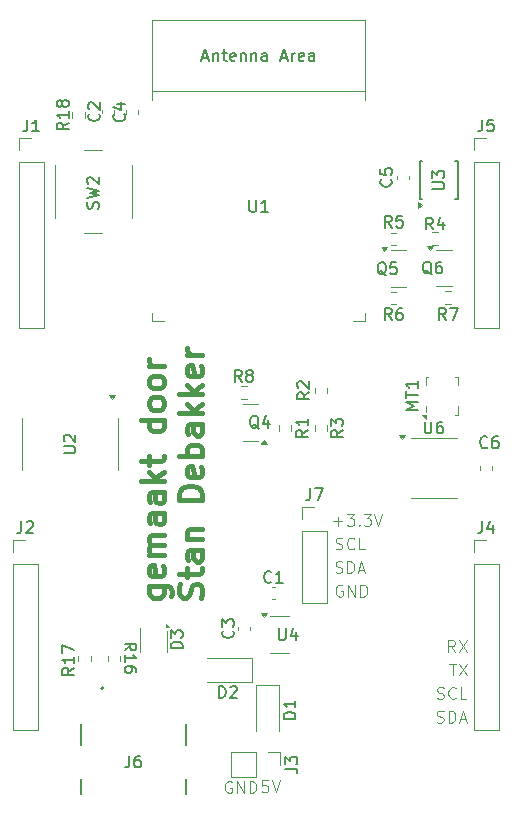
<source format=gbr>
%TF.GenerationSoftware,KiCad,Pcbnew,8.0.5*%
%TF.CreationDate,2025-02-08T11:35:46+01:00*%
%TF.ProjectId,ESP32 adon,45535033-3220-4616-946f-6e2e6b696361,rev?*%
%TF.SameCoordinates,Original*%
%TF.FileFunction,Legend,Top*%
%TF.FilePolarity,Positive*%
%FSLAX46Y46*%
G04 Gerber Fmt 4.6, Leading zero omitted, Abs format (unit mm)*
G04 Created by KiCad (PCBNEW 8.0.5) date 2025-02-08 11:35:46*
%MOMM*%
%LPD*%
G01*
G04 APERTURE LIST*
%ADD10C,0.100000*%
%ADD11C,0.150000*%
%ADD12C,0.400000*%
%ADD13C,0.120000*%
%ADD14C,0.127000*%
%ADD15C,0.200000*%
G04 APERTURE END LIST*
D10*
X78332693Y-91815038D02*
X78237455Y-91767419D01*
X78237455Y-91767419D02*
X78094598Y-91767419D01*
X78094598Y-91767419D02*
X77951741Y-91815038D01*
X77951741Y-91815038D02*
X77856503Y-91910276D01*
X77856503Y-91910276D02*
X77808884Y-92005514D01*
X77808884Y-92005514D02*
X77761265Y-92195990D01*
X77761265Y-92195990D02*
X77761265Y-92338847D01*
X77761265Y-92338847D02*
X77808884Y-92529323D01*
X77808884Y-92529323D02*
X77856503Y-92624561D01*
X77856503Y-92624561D02*
X77951741Y-92719800D01*
X77951741Y-92719800D02*
X78094598Y-92767419D01*
X78094598Y-92767419D02*
X78189836Y-92767419D01*
X78189836Y-92767419D02*
X78332693Y-92719800D01*
X78332693Y-92719800D02*
X78380312Y-92672180D01*
X78380312Y-92672180D02*
X78380312Y-92338847D01*
X78380312Y-92338847D02*
X78189836Y-92338847D01*
X78808884Y-92767419D02*
X78808884Y-91767419D01*
X78808884Y-91767419D02*
X79380312Y-92767419D01*
X79380312Y-92767419D02*
X79380312Y-91767419D01*
X79856503Y-92767419D02*
X79856503Y-91767419D01*
X79856503Y-91767419D02*
X80094598Y-91767419D01*
X80094598Y-91767419D02*
X80237455Y-91815038D01*
X80237455Y-91815038D02*
X80332693Y-91910276D01*
X80332693Y-91910276D02*
X80380312Y-92005514D01*
X80380312Y-92005514D02*
X80427931Y-92195990D01*
X80427931Y-92195990D02*
X80427931Y-92338847D01*
X80427931Y-92338847D02*
X80380312Y-92529323D01*
X80380312Y-92529323D02*
X80332693Y-92624561D01*
X80332693Y-92624561D02*
X80237455Y-92719800D01*
X80237455Y-92719800D02*
X80094598Y-92767419D01*
X80094598Y-92767419D02*
X79856503Y-92767419D01*
X86366265Y-101389800D02*
X86509122Y-101437419D01*
X86509122Y-101437419D02*
X86747217Y-101437419D01*
X86747217Y-101437419D02*
X86842455Y-101389800D01*
X86842455Y-101389800D02*
X86890074Y-101342180D01*
X86890074Y-101342180D02*
X86937693Y-101246942D01*
X86937693Y-101246942D02*
X86937693Y-101151704D01*
X86937693Y-101151704D02*
X86890074Y-101056466D01*
X86890074Y-101056466D02*
X86842455Y-101008847D01*
X86842455Y-101008847D02*
X86747217Y-100961228D01*
X86747217Y-100961228D02*
X86556741Y-100913609D01*
X86556741Y-100913609D02*
X86461503Y-100865990D01*
X86461503Y-100865990D02*
X86413884Y-100818371D01*
X86413884Y-100818371D02*
X86366265Y-100723133D01*
X86366265Y-100723133D02*
X86366265Y-100627895D01*
X86366265Y-100627895D02*
X86413884Y-100532657D01*
X86413884Y-100532657D02*
X86461503Y-100485038D01*
X86461503Y-100485038D02*
X86556741Y-100437419D01*
X86556741Y-100437419D02*
X86794836Y-100437419D01*
X86794836Y-100437419D02*
X86937693Y-100485038D01*
X87937693Y-101342180D02*
X87890074Y-101389800D01*
X87890074Y-101389800D02*
X87747217Y-101437419D01*
X87747217Y-101437419D02*
X87651979Y-101437419D01*
X87651979Y-101437419D02*
X87509122Y-101389800D01*
X87509122Y-101389800D02*
X87413884Y-101294561D01*
X87413884Y-101294561D02*
X87366265Y-101199323D01*
X87366265Y-101199323D02*
X87318646Y-101008847D01*
X87318646Y-101008847D02*
X87318646Y-100865990D01*
X87318646Y-100865990D02*
X87366265Y-100675514D01*
X87366265Y-100675514D02*
X87413884Y-100580276D01*
X87413884Y-100580276D02*
X87509122Y-100485038D01*
X87509122Y-100485038D02*
X87651979Y-100437419D01*
X87651979Y-100437419D02*
X87747217Y-100437419D01*
X87747217Y-100437419D02*
X87890074Y-100485038D01*
X87890074Y-100485038D02*
X87937693Y-100532657D01*
X88842455Y-101437419D02*
X88366265Y-101437419D01*
X88366265Y-101437419D02*
X88366265Y-100437419D01*
X86326265Y-103389800D02*
X86469122Y-103437419D01*
X86469122Y-103437419D02*
X86707217Y-103437419D01*
X86707217Y-103437419D02*
X86802455Y-103389800D01*
X86802455Y-103389800D02*
X86850074Y-103342180D01*
X86850074Y-103342180D02*
X86897693Y-103246942D01*
X86897693Y-103246942D02*
X86897693Y-103151704D01*
X86897693Y-103151704D02*
X86850074Y-103056466D01*
X86850074Y-103056466D02*
X86802455Y-103008847D01*
X86802455Y-103008847D02*
X86707217Y-102961228D01*
X86707217Y-102961228D02*
X86516741Y-102913609D01*
X86516741Y-102913609D02*
X86421503Y-102865990D01*
X86421503Y-102865990D02*
X86373884Y-102818371D01*
X86373884Y-102818371D02*
X86326265Y-102723133D01*
X86326265Y-102723133D02*
X86326265Y-102627895D01*
X86326265Y-102627895D02*
X86373884Y-102532657D01*
X86373884Y-102532657D02*
X86421503Y-102485038D01*
X86421503Y-102485038D02*
X86516741Y-102437419D01*
X86516741Y-102437419D02*
X86754836Y-102437419D01*
X86754836Y-102437419D02*
X86897693Y-102485038D01*
X87326265Y-103437419D02*
X87326265Y-102437419D01*
X87326265Y-102437419D02*
X87564360Y-102437419D01*
X87564360Y-102437419D02*
X87707217Y-102485038D01*
X87707217Y-102485038D02*
X87802455Y-102580276D01*
X87802455Y-102580276D02*
X87850074Y-102675514D01*
X87850074Y-102675514D02*
X87897693Y-102865990D01*
X87897693Y-102865990D02*
X87897693Y-103008847D01*
X87897693Y-103008847D02*
X87850074Y-103199323D01*
X87850074Y-103199323D02*
X87802455Y-103294561D01*
X87802455Y-103294561D02*
X87707217Y-103389800D01*
X87707217Y-103389800D02*
X87564360Y-103437419D01*
X87564360Y-103437419D02*
X87326265Y-103437419D01*
X88278646Y-103151704D02*
X88754836Y-103151704D01*
X88183408Y-103437419D02*
X88516741Y-102437419D01*
X88516741Y-102437419D02*
X88850074Y-103437419D01*
X87870312Y-97452419D02*
X87536979Y-96976228D01*
X87298884Y-97452419D02*
X87298884Y-96452419D01*
X87298884Y-96452419D02*
X87679836Y-96452419D01*
X87679836Y-96452419D02*
X87775074Y-96500038D01*
X87775074Y-96500038D02*
X87822693Y-96547657D01*
X87822693Y-96547657D02*
X87870312Y-96642895D01*
X87870312Y-96642895D02*
X87870312Y-96785752D01*
X87870312Y-96785752D02*
X87822693Y-96880990D01*
X87822693Y-96880990D02*
X87775074Y-96928609D01*
X87775074Y-96928609D02*
X87679836Y-96976228D01*
X87679836Y-96976228D02*
X87298884Y-96976228D01*
X88203646Y-96452419D02*
X88870312Y-97452419D01*
X88870312Y-96452419D02*
X88203646Y-97452419D01*
X87391027Y-98452419D02*
X87962455Y-98452419D01*
X87676741Y-99452419D02*
X87676741Y-98452419D01*
X88200551Y-98452419D02*
X88867217Y-99452419D01*
X88867217Y-98452419D02*
X88200551Y-99452419D01*
D11*
X59890180Y-97322142D02*
X60366371Y-96988809D01*
X59890180Y-96750714D02*
X60890180Y-96750714D01*
X60890180Y-96750714D02*
X60890180Y-97131666D01*
X60890180Y-97131666D02*
X60842561Y-97226904D01*
X60842561Y-97226904D02*
X60794942Y-97274523D01*
X60794942Y-97274523D02*
X60699704Y-97322142D01*
X60699704Y-97322142D02*
X60556847Y-97322142D01*
X60556847Y-97322142D02*
X60461609Y-97274523D01*
X60461609Y-97274523D02*
X60413990Y-97226904D01*
X60413990Y-97226904D02*
X60366371Y-97131666D01*
X60366371Y-97131666D02*
X60366371Y-96750714D01*
X59890180Y-98274523D02*
X59890180Y-97703095D01*
X59890180Y-97988809D02*
X60890180Y-97988809D01*
X60890180Y-97988809D02*
X60747323Y-97893571D01*
X60747323Y-97893571D02*
X60652085Y-97798333D01*
X60652085Y-97798333D02*
X60604466Y-97703095D01*
X60890180Y-99131666D02*
X60890180Y-98941190D01*
X60890180Y-98941190D02*
X60842561Y-98845952D01*
X60842561Y-98845952D02*
X60794942Y-98798333D01*
X60794942Y-98798333D02*
X60652085Y-98703095D01*
X60652085Y-98703095D02*
X60461609Y-98655476D01*
X60461609Y-98655476D02*
X60080657Y-98655476D01*
X60080657Y-98655476D02*
X59985419Y-98703095D01*
X59985419Y-98703095D02*
X59937800Y-98750714D01*
X59937800Y-98750714D02*
X59890180Y-98845952D01*
X59890180Y-98845952D02*
X59890180Y-99036428D01*
X59890180Y-99036428D02*
X59937800Y-99131666D01*
X59937800Y-99131666D02*
X59985419Y-99179285D01*
X59985419Y-99179285D02*
X60080657Y-99226904D01*
X60080657Y-99226904D02*
X60318752Y-99226904D01*
X60318752Y-99226904D02*
X60413990Y-99179285D01*
X60413990Y-99179285D02*
X60461609Y-99131666D01*
X60461609Y-99131666D02*
X60509228Y-99036428D01*
X60509228Y-99036428D02*
X60509228Y-98845952D01*
X60509228Y-98845952D02*
X60461609Y-98750714D01*
X60461609Y-98750714D02*
X60413990Y-98703095D01*
X60413990Y-98703095D02*
X60318752Y-98655476D01*
X55594819Y-98807857D02*
X55118628Y-99141190D01*
X55594819Y-99379285D02*
X54594819Y-99379285D01*
X54594819Y-99379285D02*
X54594819Y-98998333D01*
X54594819Y-98998333D02*
X54642438Y-98903095D01*
X54642438Y-98903095D02*
X54690057Y-98855476D01*
X54690057Y-98855476D02*
X54785295Y-98807857D01*
X54785295Y-98807857D02*
X54928152Y-98807857D01*
X54928152Y-98807857D02*
X55023390Y-98855476D01*
X55023390Y-98855476D02*
X55071009Y-98903095D01*
X55071009Y-98903095D02*
X55118628Y-98998333D01*
X55118628Y-98998333D02*
X55118628Y-99379285D01*
X55594819Y-97855476D02*
X55594819Y-98426904D01*
X55594819Y-98141190D02*
X54594819Y-98141190D01*
X54594819Y-98141190D02*
X54737676Y-98236428D01*
X54737676Y-98236428D02*
X54832914Y-98331666D01*
X54832914Y-98331666D02*
X54880533Y-98426904D01*
X54594819Y-97522142D02*
X54594819Y-96855476D01*
X54594819Y-96855476D02*
X55594819Y-97284047D01*
D10*
X77771265Y-88729800D02*
X77914122Y-88777419D01*
X77914122Y-88777419D02*
X78152217Y-88777419D01*
X78152217Y-88777419D02*
X78247455Y-88729800D01*
X78247455Y-88729800D02*
X78295074Y-88682180D01*
X78295074Y-88682180D02*
X78342693Y-88586942D01*
X78342693Y-88586942D02*
X78342693Y-88491704D01*
X78342693Y-88491704D02*
X78295074Y-88396466D01*
X78295074Y-88396466D02*
X78247455Y-88348847D01*
X78247455Y-88348847D02*
X78152217Y-88301228D01*
X78152217Y-88301228D02*
X77961741Y-88253609D01*
X77961741Y-88253609D02*
X77866503Y-88205990D01*
X77866503Y-88205990D02*
X77818884Y-88158371D01*
X77818884Y-88158371D02*
X77771265Y-88063133D01*
X77771265Y-88063133D02*
X77771265Y-87967895D01*
X77771265Y-87967895D02*
X77818884Y-87872657D01*
X77818884Y-87872657D02*
X77866503Y-87825038D01*
X77866503Y-87825038D02*
X77961741Y-87777419D01*
X77961741Y-87777419D02*
X78199836Y-87777419D01*
X78199836Y-87777419D02*
X78342693Y-87825038D01*
X79342693Y-88682180D02*
X79295074Y-88729800D01*
X79295074Y-88729800D02*
X79152217Y-88777419D01*
X79152217Y-88777419D02*
X79056979Y-88777419D01*
X79056979Y-88777419D02*
X78914122Y-88729800D01*
X78914122Y-88729800D02*
X78818884Y-88634561D01*
X78818884Y-88634561D02*
X78771265Y-88539323D01*
X78771265Y-88539323D02*
X78723646Y-88348847D01*
X78723646Y-88348847D02*
X78723646Y-88205990D01*
X78723646Y-88205990D02*
X78771265Y-88015514D01*
X78771265Y-88015514D02*
X78818884Y-87920276D01*
X78818884Y-87920276D02*
X78914122Y-87825038D01*
X78914122Y-87825038D02*
X79056979Y-87777419D01*
X79056979Y-87777419D02*
X79152217Y-87777419D01*
X79152217Y-87777419D02*
X79295074Y-87825038D01*
X79295074Y-87825038D02*
X79342693Y-87872657D01*
X80247455Y-88777419D02*
X79771265Y-88777419D01*
X79771265Y-88777419D02*
X79771265Y-87777419D01*
X68957693Y-108430038D02*
X68862455Y-108382419D01*
X68862455Y-108382419D02*
X68719598Y-108382419D01*
X68719598Y-108382419D02*
X68576741Y-108430038D01*
X68576741Y-108430038D02*
X68481503Y-108525276D01*
X68481503Y-108525276D02*
X68433884Y-108620514D01*
X68433884Y-108620514D02*
X68386265Y-108810990D01*
X68386265Y-108810990D02*
X68386265Y-108953847D01*
X68386265Y-108953847D02*
X68433884Y-109144323D01*
X68433884Y-109144323D02*
X68481503Y-109239561D01*
X68481503Y-109239561D02*
X68576741Y-109334800D01*
X68576741Y-109334800D02*
X68719598Y-109382419D01*
X68719598Y-109382419D02*
X68814836Y-109382419D01*
X68814836Y-109382419D02*
X68957693Y-109334800D01*
X68957693Y-109334800D02*
X69005312Y-109287180D01*
X69005312Y-109287180D02*
X69005312Y-108953847D01*
X69005312Y-108953847D02*
X68814836Y-108953847D01*
X69433884Y-109382419D02*
X69433884Y-108382419D01*
X69433884Y-108382419D02*
X70005312Y-109382419D01*
X70005312Y-109382419D02*
X70005312Y-108382419D01*
X70481503Y-109382419D02*
X70481503Y-108382419D01*
X70481503Y-108382419D02*
X70719598Y-108382419D01*
X70719598Y-108382419D02*
X70862455Y-108430038D01*
X70862455Y-108430038D02*
X70957693Y-108525276D01*
X70957693Y-108525276D02*
X71005312Y-108620514D01*
X71005312Y-108620514D02*
X71052931Y-108810990D01*
X71052931Y-108810990D02*
X71052931Y-108953847D01*
X71052931Y-108953847D02*
X71005312Y-109144323D01*
X71005312Y-109144323D02*
X70957693Y-109239561D01*
X70957693Y-109239561D02*
X70862455Y-109334800D01*
X70862455Y-109334800D02*
X70719598Y-109382419D01*
X70719598Y-109382419D02*
X70481503Y-109382419D01*
X77761265Y-90724800D02*
X77904122Y-90772419D01*
X77904122Y-90772419D02*
X78142217Y-90772419D01*
X78142217Y-90772419D02*
X78237455Y-90724800D01*
X78237455Y-90724800D02*
X78285074Y-90677180D01*
X78285074Y-90677180D02*
X78332693Y-90581942D01*
X78332693Y-90581942D02*
X78332693Y-90486704D01*
X78332693Y-90486704D02*
X78285074Y-90391466D01*
X78285074Y-90391466D02*
X78237455Y-90343847D01*
X78237455Y-90343847D02*
X78142217Y-90296228D01*
X78142217Y-90296228D02*
X77951741Y-90248609D01*
X77951741Y-90248609D02*
X77856503Y-90200990D01*
X77856503Y-90200990D02*
X77808884Y-90153371D01*
X77808884Y-90153371D02*
X77761265Y-90058133D01*
X77761265Y-90058133D02*
X77761265Y-89962895D01*
X77761265Y-89962895D02*
X77808884Y-89867657D01*
X77808884Y-89867657D02*
X77856503Y-89820038D01*
X77856503Y-89820038D02*
X77951741Y-89772419D01*
X77951741Y-89772419D02*
X78189836Y-89772419D01*
X78189836Y-89772419D02*
X78332693Y-89820038D01*
X78761265Y-90772419D02*
X78761265Y-89772419D01*
X78761265Y-89772419D02*
X78999360Y-89772419D01*
X78999360Y-89772419D02*
X79142217Y-89820038D01*
X79142217Y-89820038D02*
X79237455Y-89915276D01*
X79237455Y-89915276D02*
X79285074Y-90010514D01*
X79285074Y-90010514D02*
X79332693Y-90200990D01*
X79332693Y-90200990D02*
X79332693Y-90343847D01*
X79332693Y-90343847D02*
X79285074Y-90534323D01*
X79285074Y-90534323D02*
X79237455Y-90629561D01*
X79237455Y-90629561D02*
X79142217Y-90724800D01*
X79142217Y-90724800D02*
X78999360Y-90772419D01*
X78999360Y-90772419D02*
X78761265Y-90772419D01*
X79713646Y-90486704D02*
X80189836Y-90486704D01*
X79618408Y-90772419D02*
X79951741Y-89772419D01*
X79951741Y-89772419D02*
X80285074Y-90772419D01*
X72030074Y-108342419D02*
X71553884Y-108342419D01*
X71553884Y-108342419D02*
X71506265Y-108818609D01*
X71506265Y-108818609D02*
X71553884Y-108770990D01*
X71553884Y-108770990D02*
X71649122Y-108723371D01*
X71649122Y-108723371D02*
X71887217Y-108723371D01*
X71887217Y-108723371D02*
X71982455Y-108770990D01*
X71982455Y-108770990D02*
X72030074Y-108818609D01*
X72030074Y-108818609D02*
X72077693Y-108913847D01*
X72077693Y-108913847D02*
X72077693Y-109151942D01*
X72077693Y-109151942D02*
X72030074Y-109247180D01*
X72030074Y-109247180D02*
X71982455Y-109294800D01*
X71982455Y-109294800D02*
X71887217Y-109342419D01*
X71887217Y-109342419D02*
X71649122Y-109342419D01*
X71649122Y-109342419D02*
X71553884Y-109294800D01*
X71553884Y-109294800D02*
X71506265Y-109247180D01*
X72363408Y-108342419D02*
X72696741Y-109342419D01*
X72696741Y-109342419D02*
X73030074Y-108342419D01*
D12*
X61931216Y-91903509D02*
X63550264Y-91903509D01*
X63550264Y-91903509D02*
X63740740Y-91998747D01*
X63740740Y-91998747D02*
X63835978Y-92093985D01*
X63835978Y-92093985D02*
X63931216Y-92284462D01*
X63931216Y-92284462D02*
X63931216Y-92570176D01*
X63931216Y-92570176D02*
X63835978Y-92760652D01*
X63169312Y-91903509D02*
X63264550Y-92093985D01*
X63264550Y-92093985D02*
X63264550Y-92474938D01*
X63264550Y-92474938D02*
X63169312Y-92665414D01*
X63169312Y-92665414D02*
X63074073Y-92760652D01*
X63074073Y-92760652D02*
X62883597Y-92855890D01*
X62883597Y-92855890D02*
X62312169Y-92855890D01*
X62312169Y-92855890D02*
X62121692Y-92760652D01*
X62121692Y-92760652D02*
X62026454Y-92665414D01*
X62026454Y-92665414D02*
X61931216Y-92474938D01*
X61931216Y-92474938D02*
X61931216Y-92093985D01*
X61931216Y-92093985D02*
X62026454Y-91903509D01*
X63169312Y-90189223D02*
X63264550Y-90379699D01*
X63264550Y-90379699D02*
X63264550Y-90760652D01*
X63264550Y-90760652D02*
X63169312Y-90951128D01*
X63169312Y-90951128D02*
X62978835Y-91046366D01*
X62978835Y-91046366D02*
X62216931Y-91046366D01*
X62216931Y-91046366D02*
X62026454Y-90951128D01*
X62026454Y-90951128D02*
X61931216Y-90760652D01*
X61931216Y-90760652D02*
X61931216Y-90379699D01*
X61931216Y-90379699D02*
X62026454Y-90189223D01*
X62026454Y-90189223D02*
X62216931Y-90093985D01*
X62216931Y-90093985D02*
X62407407Y-90093985D01*
X62407407Y-90093985D02*
X62597883Y-91046366D01*
X63264550Y-89236842D02*
X61931216Y-89236842D01*
X62121692Y-89236842D02*
X62026454Y-89141604D01*
X62026454Y-89141604D02*
X61931216Y-88951128D01*
X61931216Y-88951128D02*
X61931216Y-88665413D01*
X61931216Y-88665413D02*
X62026454Y-88474937D01*
X62026454Y-88474937D02*
X62216931Y-88379699D01*
X62216931Y-88379699D02*
X63264550Y-88379699D01*
X62216931Y-88379699D02*
X62026454Y-88284461D01*
X62026454Y-88284461D02*
X61931216Y-88093985D01*
X61931216Y-88093985D02*
X61931216Y-87808271D01*
X61931216Y-87808271D02*
X62026454Y-87617794D01*
X62026454Y-87617794D02*
X62216931Y-87522556D01*
X62216931Y-87522556D02*
X63264550Y-87522556D01*
X63264550Y-85713032D02*
X62216931Y-85713032D01*
X62216931Y-85713032D02*
X62026454Y-85808270D01*
X62026454Y-85808270D02*
X61931216Y-85998746D01*
X61931216Y-85998746D02*
X61931216Y-86379699D01*
X61931216Y-86379699D02*
X62026454Y-86570175D01*
X63169312Y-85713032D02*
X63264550Y-85903508D01*
X63264550Y-85903508D02*
X63264550Y-86379699D01*
X63264550Y-86379699D02*
X63169312Y-86570175D01*
X63169312Y-86570175D02*
X62978835Y-86665413D01*
X62978835Y-86665413D02*
X62788359Y-86665413D01*
X62788359Y-86665413D02*
X62597883Y-86570175D01*
X62597883Y-86570175D02*
X62502645Y-86379699D01*
X62502645Y-86379699D02*
X62502645Y-85903508D01*
X62502645Y-85903508D02*
X62407407Y-85713032D01*
X63264550Y-83903508D02*
X62216931Y-83903508D01*
X62216931Y-83903508D02*
X62026454Y-83998746D01*
X62026454Y-83998746D02*
X61931216Y-84189222D01*
X61931216Y-84189222D02*
X61931216Y-84570175D01*
X61931216Y-84570175D02*
X62026454Y-84760651D01*
X63169312Y-83903508D02*
X63264550Y-84093984D01*
X63264550Y-84093984D02*
X63264550Y-84570175D01*
X63264550Y-84570175D02*
X63169312Y-84760651D01*
X63169312Y-84760651D02*
X62978835Y-84855889D01*
X62978835Y-84855889D02*
X62788359Y-84855889D01*
X62788359Y-84855889D02*
X62597883Y-84760651D01*
X62597883Y-84760651D02*
X62502645Y-84570175D01*
X62502645Y-84570175D02*
X62502645Y-84093984D01*
X62502645Y-84093984D02*
X62407407Y-83903508D01*
X63264550Y-82951127D02*
X61264550Y-82951127D01*
X62502645Y-82760651D02*
X63264550Y-82189222D01*
X61931216Y-82189222D02*
X62693121Y-82951127D01*
X61931216Y-81617793D02*
X61931216Y-80855889D01*
X61264550Y-81332079D02*
X62978835Y-81332079D01*
X62978835Y-81332079D02*
X63169312Y-81236841D01*
X63169312Y-81236841D02*
X63264550Y-81046365D01*
X63264550Y-81046365D02*
X63264550Y-80855889D01*
X63264550Y-77808269D02*
X61264550Y-77808269D01*
X63169312Y-77808269D02*
X63264550Y-77998745D01*
X63264550Y-77998745D02*
X63264550Y-78379698D01*
X63264550Y-78379698D02*
X63169312Y-78570174D01*
X63169312Y-78570174D02*
X63074073Y-78665412D01*
X63074073Y-78665412D02*
X62883597Y-78760650D01*
X62883597Y-78760650D02*
X62312169Y-78760650D01*
X62312169Y-78760650D02*
X62121692Y-78665412D01*
X62121692Y-78665412D02*
X62026454Y-78570174D01*
X62026454Y-78570174D02*
X61931216Y-78379698D01*
X61931216Y-78379698D02*
X61931216Y-77998745D01*
X61931216Y-77998745D02*
X62026454Y-77808269D01*
X63264550Y-76570174D02*
X63169312Y-76760650D01*
X63169312Y-76760650D02*
X63074073Y-76855888D01*
X63074073Y-76855888D02*
X62883597Y-76951126D01*
X62883597Y-76951126D02*
X62312169Y-76951126D01*
X62312169Y-76951126D02*
X62121692Y-76855888D01*
X62121692Y-76855888D02*
X62026454Y-76760650D01*
X62026454Y-76760650D02*
X61931216Y-76570174D01*
X61931216Y-76570174D02*
X61931216Y-76284459D01*
X61931216Y-76284459D02*
X62026454Y-76093983D01*
X62026454Y-76093983D02*
X62121692Y-75998745D01*
X62121692Y-75998745D02*
X62312169Y-75903507D01*
X62312169Y-75903507D02*
X62883597Y-75903507D01*
X62883597Y-75903507D02*
X63074073Y-75998745D01*
X63074073Y-75998745D02*
X63169312Y-76093983D01*
X63169312Y-76093983D02*
X63264550Y-76284459D01*
X63264550Y-76284459D02*
X63264550Y-76570174D01*
X63264550Y-74760650D02*
X63169312Y-74951126D01*
X63169312Y-74951126D02*
X63074073Y-75046364D01*
X63074073Y-75046364D02*
X62883597Y-75141602D01*
X62883597Y-75141602D02*
X62312169Y-75141602D01*
X62312169Y-75141602D02*
X62121692Y-75046364D01*
X62121692Y-75046364D02*
X62026454Y-74951126D01*
X62026454Y-74951126D02*
X61931216Y-74760650D01*
X61931216Y-74760650D02*
X61931216Y-74474935D01*
X61931216Y-74474935D02*
X62026454Y-74284459D01*
X62026454Y-74284459D02*
X62121692Y-74189221D01*
X62121692Y-74189221D02*
X62312169Y-74093983D01*
X62312169Y-74093983D02*
X62883597Y-74093983D01*
X62883597Y-74093983D02*
X63074073Y-74189221D01*
X63074073Y-74189221D02*
X63169312Y-74284459D01*
X63169312Y-74284459D02*
X63264550Y-74474935D01*
X63264550Y-74474935D02*
X63264550Y-74760650D01*
X63264550Y-73236840D02*
X61931216Y-73236840D01*
X62312169Y-73236840D02*
X62121692Y-73141602D01*
X62121692Y-73141602D02*
X62026454Y-73046364D01*
X62026454Y-73046364D02*
X61931216Y-72855888D01*
X61931216Y-72855888D02*
X61931216Y-72665411D01*
X66389200Y-92855890D02*
X66484438Y-92570176D01*
X66484438Y-92570176D02*
X66484438Y-92093985D01*
X66484438Y-92093985D02*
X66389200Y-91903509D01*
X66389200Y-91903509D02*
X66293961Y-91808271D01*
X66293961Y-91808271D02*
X66103485Y-91713033D01*
X66103485Y-91713033D02*
X65913009Y-91713033D01*
X65913009Y-91713033D02*
X65722533Y-91808271D01*
X65722533Y-91808271D02*
X65627295Y-91903509D01*
X65627295Y-91903509D02*
X65532057Y-92093985D01*
X65532057Y-92093985D02*
X65436819Y-92474938D01*
X65436819Y-92474938D02*
X65341580Y-92665414D01*
X65341580Y-92665414D02*
X65246342Y-92760652D01*
X65246342Y-92760652D02*
X65055866Y-92855890D01*
X65055866Y-92855890D02*
X64865390Y-92855890D01*
X64865390Y-92855890D02*
X64674914Y-92760652D01*
X64674914Y-92760652D02*
X64579676Y-92665414D01*
X64579676Y-92665414D02*
X64484438Y-92474938D01*
X64484438Y-92474938D02*
X64484438Y-91998747D01*
X64484438Y-91998747D02*
X64579676Y-91713033D01*
X65151104Y-91141604D02*
X65151104Y-90379700D01*
X64484438Y-90855890D02*
X66198723Y-90855890D01*
X66198723Y-90855890D02*
X66389200Y-90760652D01*
X66389200Y-90760652D02*
X66484438Y-90570176D01*
X66484438Y-90570176D02*
X66484438Y-90379700D01*
X66484438Y-88855890D02*
X65436819Y-88855890D01*
X65436819Y-88855890D02*
X65246342Y-88951128D01*
X65246342Y-88951128D02*
X65151104Y-89141604D01*
X65151104Y-89141604D02*
X65151104Y-89522557D01*
X65151104Y-89522557D02*
X65246342Y-89713033D01*
X66389200Y-88855890D02*
X66484438Y-89046366D01*
X66484438Y-89046366D02*
X66484438Y-89522557D01*
X66484438Y-89522557D02*
X66389200Y-89713033D01*
X66389200Y-89713033D02*
X66198723Y-89808271D01*
X66198723Y-89808271D02*
X66008247Y-89808271D01*
X66008247Y-89808271D02*
X65817771Y-89713033D01*
X65817771Y-89713033D02*
X65722533Y-89522557D01*
X65722533Y-89522557D02*
X65722533Y-89046366D01*
X65722533Y-89046366D02*
X65627295Y-88855890D01*
X65151104Y-87903509D02*
X66484438Y-87903509D01*
X65341580Y-87903509D02*
X65246342Y-87808271D01*
X65246342Y-87808271D02*
X65151104Y-87617795D01*
X65151104Y-87617795D02*
X65151104Y-87332080D01*
X65151104Y-87332080D02*
X65246342Y-87141604D01*
X65246342Y-87141604D02*
X65436819Y-87046366D01*
X65436819Y-87046366D02*
X66484438Y-87046366D01*
X66484438Y-84570175D02*
X64484438Y-84570175D01*
X64484438Y-84570175D02*
X64484438Y-84093985D01*
X64484438Y-84093985D02*
X64579676Y-83808270D01*
X64579676Y-83808270D02*
X64770152Y-83617794D01*
X64770152Y-83617794D02*
X64960628Y-83522556D01*
X64960628Y-83522556D02*
X65341580Y-83427318D01*
X65341580Y-83427318D02*
X65627295Y-83427318D01*
X65627295Y-83427318D02*
X66008247Y-83522556D01*
X66008247Y-83522556D02*
X66198723Y-83617794D01*
X66198723Y-83617794D02*
X66389200Y-83808270D01*
X66389200Y-83808270D02*
X66484438Y-84093985D01*
X66484438Y-84093985D02*
X66484438Y-84570175D01*
X66389200Y-81808270D02*
X66484438Y-81998746D01*
X66484438Y-81998746D02*
X66484438Y-82379699D01*
X66484438Y-82379699D02*
X66389200Y-82570175D01*
X66389200Y-82570175D02*
X66198723Y-82665413D01*
X66198723Y-82665413D02*
X65436819Y-82665413D01*
X65436819Y-82665413D02*
X65246342Y-82570175D01*
X65246342Y-82570175D02*
X65151104Y-82379699D01*
X65151104Y-82379699D02*
X65151104Y-81998746D01*
X65151104Y-81998746D02*
X65246342Y-81808270D01*
X65246342Y-81808270D02*
X65436819Y-81713032D01*
X65436819Y-81713032D02*
X65627295Y-81713032D01*
X65627295Y-81713032D02*
X65817771Y-82665413D01*
X66484438Y-80855889D02*
X64484438Y-80855889D01*
X65246342Y-80855889D02*
X65151104Y-80665413D01*
X65151104Y-80665413D02*
X65151104Y-80284460D01*
X65151104Y-80284460D02*
X65246342Y-80093984D01*
X65246342Y-80093984D02*
X65341580Y-79998746D01*
X65341580Y-79998746D02*
X65532057Y-79903508D01*
X65532057Y-79903508D02*
X66103485Y-79903508D01*
X66103485Y-79903508D02*
X66293961Y-79998746D01*
X66293961Y-79998746D02*
X66389200Y-80093984D01*
X66389200Y-80093984D02*
X66484438Y-80284460D01*
X66484438Y-80284460D02*
X66484438Y-80665413D01*
X66484438Y-80665413D02*
X66389200Y-80855889D01*
X66484438Y-78189222D02*
X65436819Y-78189222D01*
X65436819Y-78189222D02*
X65246342Y-78284460D01*
X65246342Y-78284460D02*
X65151104Y-78474936D01*
X65151104Y-78474936D02*
X65151104Y-78855889D01*
X65151104Y-78855889D02*
X65246342Y-79046365D01*
X66389200Y-78189222D02*
X66484438Y-78379698D01*
X66484438Y-78379698D02*
X66484438Y-78855889D01*
X66484438Y-78855889D02*
X66389200Y-79046365D01*
X66389200Y-79046365D02*
X66198723Y-79141603D01*
X66198723Y-79141603D02*
X66008247Y-79141603D01*
X66008247Y-79141603D02*
X65817771Y-79046365D01*
X65817771Y-79046365D02*
X65722533Y-78855889D01*
X65722533Y-78855889D02*
X65722533Y-78379698D01*
X65722533Y-78379698D02*
X65627295Y-78189222D01*
X66484438Y-77236841D02*
X64484438Y-77236841D01*
X65722533Y-77046365D02*
X66484438Y-76474936D01*
X65151104Y-76474936D02*
X65913009Y-77236841D01*
X66484438Y-75617793D02*
X64484438Y-75617793D01*
X65722533Y-75427317D02*
X66484438Y-74855888D01*
X65151104Y-74855888D02*
X65913009Y-75617793D01*
X66389200Y-73236840D02*
X66484438Y-73427316D01*
X66484438Y-73427316D02*
X66484438Y-73808269D01*
X66484438Y-73808269D02*
X66389200Y-73998745D01*
X66389200Y-73998745D02*
X66198723Y-74093983D01*
X66198723Y-74093983D02*
X65436819Y-74093983D01*
X65436819Y-74093983D02*
X65246342Y-73998745D01*
X65246342Y-73998745D02*
X65151104Y-73808269D01*
X65151104Y-73808269D02*
X65151104Y-73427316D01*
X65151104Y-73427316D02*
X65246342Y-73236840D01*
X65246342Y-73236840D02*
X65436819Y-73141602D01*
X65436819Y-73141602D02*
X65627295Y-73141602D01*
X65627295Y-73141602D02*
X65817771Y-74093983D01*
X66484438Y-72284459D02*
X65151104Y-72284459D01*
X65532057Y-72284459D02*
X65341580Y-72189221D01*
X65341580Y-72189221D02*
X65246342Y-72093983D01*
X65246342Y-72093983D02*
X65151104Y-71903507D01*
X65151104Y-71903507D02*
X65151104Y-71713030D01*
D10*
X77568884Y-86386466D02*
X78330789Y-86386466D01*
X77949836Y-86767419D02*
X77949836Y-86005514D01*
X78711741Y-85767419D02*
X79330788Y-85767419D01*
X79330788Y-85767419D02*
X78997455Y-86148371D01*
X78997455Y-86148371D02*
X79140312Y-86148371D01*
X79140312Y-86148371D02*
X79235550Y-86195990D01*
X79235550Y-86195990D02*
X79283169Y-86243609D01*
X79283169Y-86243609D02*
X79330788Y-86338847D01*
X79330788Y-86338847D02*
X79330788Y-86576942D01*
X79330788Y-86576942D02*
X79283169Y-86672180D01*
X79283169Y-86672180D02*
X79235550Y-86719800D01*
X79235550Y-86719800D02*
X79140312Y-86767419D01*
X79140312Y-86767419D02*
X78854598Y-86767419D01*
X78854598Y-86767419D02*
X78759360Y-86719800D01*
X78759360Y-86719800D02*
X78711741Y-86672180D01*
X79759360Y-86672180D02*
X79806979Y-86719800D01*
X79806979Y-86719800D02*
X79759360Y-86767419D01*
X79759360Y-86767419D02*
X79711741Y-86719800D01*
X79711741Y-86719800D02*
X79759360Y-86672180D01*
X79759360Y-86672180D02*
X79759360Y-86767419D01*
X80140312Y-85767419D02*
X80759359Y-85767419D01*
X80759359Y-85767419D02*
X80426026Y-86148371D01*
X80426026Y-86148371D02*
X80568883Y-86148371D01*
X80568883Y-86148371D02*
X80664121Y-86195990D01*
X80664121Y-86195990D02*
X80711740Y-86243609D01*
X80711740Y-86243609D02*
X80759359Y-86338847D01*
X80759359Y-86338847D02*
X80759359Y-86576942D01*
X80759359Y-86576942D02*
X80711740Y-86672180D01*
X80711740Y-86672180D02*
X80664121Y-86719800D01*
X80664121Y-86719800D02*
X80568883Y-86767419D01*
X80568883Y-86767419D02*
X80283169Y-86767419D01*
X80283169Y-86767419D02*
X80187931Y-86719800D01*
X80187931Y-86719800D02*
X80140312Y-86672180D01*
X81045074Y-85767419D02*
X81378407Y-86767419D01*
X81378407Y-86767419D02*
X81711740Y-85767419D01*
D11*
X51166666Y-86394819D02*
X51166666Y-87109104D01*
X51166666Y-87109104D02*
X51119047Y-87251961D01*
X51119047Y-87251961D02*
X51023809Y-87347200D01*
X51023809Y-87347200D02*
X50880952Y-87394819D01*
X50880952Y-87394819D02*
X50785714Y-87394819D01*
X51595238Y-86490057D02*
X51642857Y-86442438D01*
X51642857Y-86442438D02*
X51738095Y-86394819D01*
X51738095Y-86394819D02*
X51976190Y-86394819D01*
X51976190Y-86394819D02*
X52071428Y-86442438D01*
X52071428Y-86442438D02*
X52119047Y-86490057D01*
X52119047Y-86490057D02*
X52166666Y-86585295D01*
X52166666Y-86585295D02*
X52166666Y-86680533D01*
X52166666Y-86680533D02*
X52119047Y-86823390D01*
X52119047Y-86823390D02*
X51547619Y-87394819D01*
X51547619Y-87394819D02*
X52166666Y-87394819D01*
X82429580Y-57441666D02*
X82477200Y-57489285D01*
X82477200Y-57489285D02*
X82524819Y-57632142D01*
X82524819Y-57632142D02*
X82524819Y-57727380D01*
X82524819Y-57727380D02*
X82477200Y-57870237D01*
X82477200Y-57870237D02*
X82381961Y-57965475D01*
X82381961Y-57965475D02*
X82286723Y-58013094D01*
X82286723Y-58013094D02*
X82096247Y-58060713D01*
X82096247Y-58060713D02*
X81953390Y-58060713D01*
X81953390Y-58060713D02*
X81762914Y-58013094D01*
X81762914Y-58013094D02*
X81667676Y-57965475D01*
X81667676Y-57965475D02*
X81572438Y-57870237D01*
X81572438Y-57870237D02*
X81524819Y-57727380D01*
X81524819Y-57727380D02*
X81524819Y-57632142D01*
X81524819Y-57632142D02*
X81572438Y-57489285D01*
X81572438Y-57489285D02*
X81620057Y-57441666D01*
X81524819Y-56536904D02*
X81524819Y-57013094D01*
X81524819Y-57013094D02*
X82001009Y-57060713D01*
X82001009Y-57060713D02*
X81953390Y-57013094D01*
X81953390Y-57013094D02*
X81905771Y-56917856D01*
X81905771Y-56917856D02*
X81905771Y-56679761D01*
X81905771Y-56679761D02*
X81953390Y-56584523D01*
X81953390Y-56584523D02*
X82001009Y-56536904D01*
X82001009Y-56536904D02*
X82096247Y-56489285D01*
X82096247Y-56489285D02*
X82334342Y-56489285D01*
X82334342Y-56489285D02*
X82429580Y-56536904D01*
X82429580Y-56536904D02*
X82477200Y-56584523D01*
X82477200Y-56584523D02*
X82524819Y-56679761D01*
X82524819Y-56679761D02*
X82524819Y-56917856D01*
X82524819Y-56917856D02*
X82477200Y-57013094D01*
X82477200Y-57013094D02*
X82429580Y-57060713D01*
X57704580Y-51891666D02*
X57752200Y-51939285D01*
X57752200Y-51939285D02*
X57799819Y-52082142D01*
X57799819Y-52082142D02*
X57799819Y-52177380D01*
X57799819Y-52177380D02*
X57752200Y-52320237D01*
X57752200Y-52320237D02*
X57656961Y-52415475D01*
X57656961Y-52415475D02*
X57561723Y-52463094D01*
X57561723Y-52463094D02*
X57371247Y-52510713D01*
X57371247Y-52510713D02*
X57228390Y-52510713D01*
X57228390Y-52510713D02*
X57037914Y-52463094D01*
X57037914Y-52463094D02*
X56942676Y-52415475D01*
X56942676Y-52415475D02*
X56847438Y-52320237D01*
X56847438Y-52320237D02*
X56799819Y-52177380D01*
X56799819Y-52177380D02*
X56799819Y-52082142D01*
X56799819Y-52082142D02*
X56847438Y-51939285D01*
X56847438Y-51939285D02*
X56895057Y-51891666D01*
X56895057Y-51510713D02*
X56847438Y-51463094D01*
X56847438Y-51463094D02*
X56799819Y-51367856D01*
X56799819Y-51367856D02*
X56799819Y-51129761D01*
X56799819Y-51129761D02*
X56847438Y-51034523D01*
X56847438Y-51034523D02*
X56895057Y-50986904D01*
X56895057Y-50986904D02*
X56990295Y-50939285D01*
X56990295Y-50939285D02*
X57085533Y-50939285D01*
X57085533Y-50939285D02*
X57228390Y-50986904D01*
X57228390Y-50986904D02*
X57799819Y-51558332D01*
X57799819Y-51558332D02*
X57799819Y-50939285D01*
X87095833Y-69334819D02*
X86762500Y-68858628D01*
X86524405Y-69334819D02*
X86524405Y-68334819D01*
X86524405Y-68334819D02*
X86905357Y-68334819D01*
X86905357Y-68334819D02*
X87000595Y-68382438D01*
X87000595Y-68382438D02*
X87048214Y-68430057D01*
X87048214Y-68430057D02*
X87095833Y-68525295D01*
X87095833Y-68525295D02*
X87095833Y-68668152D01*
X87095833Y-68668152D02*
X87048214Y-68763390D01*
X87048214Y-68763390D02*
X87000595Y-68811009D01*
X87000595Y-68811009D02*
X86905357Y-68858628D01*
X86905357Y-68858628D02*
X86524405Y-68858628D01*
X87429167Y-68334819D02*
X88095833Y-68334819D01*
X88095833Y-68334819D02*
X87667262Y-69334819D01*
X70458095Y-59204819D02*
X70458095Y-60014342D01*
X70458095Y-60014342D02*
X70505714Y-60109580D01*
X70505714Y-60109580D02*
X70553333Y-60157200D01*
X70553333Y-60157200D02*
X70648571Y-60204819D01*
X70648571Y-60204819D02*
X70839047Y-60204819D01*
X70839047Y-60204819D02*
X70934285Y-60157200D01*
X70934285Y-60157200D02*
X70981904Y-60109580D01*
X70981904Y-60109580D02*
X71029523Y-60014342D01*
X71029523Y-60014342D02*
X71029523Y-59204819D01*
X72029523Y-60204819D02*
X71458095Y-60204819D01*
X71743809Y-60204819D02*
X71743809Y-59204819D01*
X71743809Y-59204819D02*
X71648571Y-59347676D01*
X71648571Y-59347676D02*
X71553333Y-59442914D01*
X71553333Y-59442914D02*
X71458095Y-59490533D01*
X66488094Y-47139104D02*
X66964284Y-47139104D01*
X66392856Y-47424819D02*
X66726189Y-46424819D01*
X66726189Y-46424819D02*
X67059522Y-47424819D01*
X67392856Y-46758152D02*
X67392856Y-47424819D01*
X67392856Y-46853390D02*
X67440475Y-46805771D01*
X67440475Y-46805771D02*
X67535713Y-46758152D01*
X67535713Y-46758152D02*
X67678570Y-46758152D01*
X67678570Y-46758152D02*
X67773808Y-46805771D01*
X67773808Y-46805771D02*
X67821427Y-46901009D01*
X67821427Y-46901009D02*
X67821427Y-47424819D01*
X68154761Y-46758152D02*
X68535713Y-46758152D01*
X68297618Y-46424819D02*
X68297618Y-47281961D01*
X68297618Y-47281961D02*
X68345237Y-47377200D01*
X68345237Y-47377200D02*
X68440475Y-47424819D01*
X68440475Y-47424819D02*
X68535713Y-47424819D01*
X69249999Y-47377200D02*
X69154761Y-47424819D01*
X69154761Y-47424819D02*
X68964285Y-47424819D01*
X68964285Y-47424819D02*
X68869047Y-47377200D01*
X68869047Y-47377200D02*
X68821428Y-47281961D01*
X68821428Y-47281961D02*
X68821428Y-46901009D01*
X68821428Y-46901009D02*
X68869047Y-46805771D01*
X68869047Y-46805771D02*
X68964285Y-46758152D01*
X68964285Y-46758152D02*
X69154761Y-46758152D01*
X69154761Y-46758152D02*
X69249999Y-46805771D01*
X69249999Y-46805771D02*
X69297618Y-46901009D01*
X69297618Y-46901009D02*
X69297618Y-46996247D01*
X69297618Y-46996247D02*
X68821428Y-47091485D01*
X69726190Y-46758152D02*
X69726190Y-47424819D01*
X69726190Y-46853390D02*
X69773809Y-46805771D01*
X69773809Y-46805771D02*
X69869047Y-46758152D01*
X69869047Y-46758152D02*
X70011904Y-46758152D01*
X70011904Y-46758152D02*
X70107142Y-46805771D01*
X70107142Y-46805771D02*
X70154761Y-46901009D01*
X70154761Y-46901009D02*
X70154761Y-47424819D01*
X70630952Y-46758152D02*
X70630952Y-47424819D01*
X70630952Y-46853390D02*
X70678571Y-46805771D01*
X70678571Y-46805771D02*
X70773809Y-46758152D01*
X70773809Y-46758152D02*
X70916666Y-46758152D01*
X70916666Y-46758152D02*
X71011904Y-46805771D01*
X71011904Y-46805771D02*
X71059523Y-46901009D01*
X71059523Y-46901009D02*
X71059523Y-47424819D01*
X71964285Y-47424819D02*
X71964285Y-46901009D01*
X71964285Y-46901009D02*
X71916666Y-46805771D01*
X71916666Y-46805771D02*
X71821428Y-46758152D01*
X71821428Y-46758152D02*
X71630952Y-46758152D01*
X71630952Y-46758152D02*
X71535714Y-46805771D01*
X71964285Y-47377200D02*
X71869047Y-47424819D01*
X71869047Y-47424819D02*
X71630952Y-47424819D01*
X71630952Y-47424819D02*
X71535714Y-47377200D01*
X71535714Y-47377200D02*
X71488095Y-47281961D01*
X71488095Y-47281961D02*
X71488095Y-47186723D01*
X71488095Y-47186723D02*
X71535714Y-47091485D01*
X71535714Y-47091485D02*
X71630952Y-47043866D01*
X71630952Y-47043866D02*
X71869047Y-47043866D01*
X71869047Y-47043866D02*
X71964285Y-46996247D01*
X73154762Y-47139104D02*
X73630952Y-47139104D01*
X73059524Y-47424819D02*
X73392857Y-46424819D01*
X73392857Y-46424819D02*
X73726190Y-47424819D01*
X74059524Y-47424819D02*
X74059524Y-46758152D01*
X74059524Y-46948628D02*
X74107143Y-46853390D01*
X74107143Y-46853390D02*
X74154762Y-46805771D01*
X74154762Y-46805771D02*
X74250000Y-46758152D01*
X74250000Y-46758152D02*
X74345238Y-46758152D01*
X75059524Y-47377200D02*
X74964286Y-47424819D01*
X74964286Y-47424819D02*
X74773810Y-47424819D01*
X74773810Y-47424819D02*
X74678572Y-47377200D01*
X74678572Y-47377200D02*
X74630953Y-47281961D01*
X74630953Y-47281961D02*
X74630953Y-46901009D01*
X74630953Y-46901009D02*
X74678572Y-46805771D01*
X74678572Y-46805771D02*
X74773810Y-46758152D01*
X74773810Y-46758152D02*
X74964286Y-46758152D01*
X74964286Y-46758152D02*
X75059524Y-46805771D01*
X75059524Y-46805771D02*
X75107143Y-46901009D01*
X75107143Y-46901009D02*
X75107143Y-46996247D01*
X75107143Y-46996247D02*
X74630953Y-47091485D01*
X75964286Y-47424819D02*
X75964286Y-46901009D01*
X75964286Y-46901009D02*
X75916667Y-46805771D01*
X75916667Y-46805771D02*
X75821429Y-46758152D01*
X75821429Y-46758152D02*
X75630953Y-46758152D01*
X75630953Y-46758152D02*
X75535715Y-46805771D01*
X75964286Y-47377200D02*
X75869048Y-47424819D01*
X75869048Y-47424819D02*
X75630953Y-47424819D01*
X75630953Y-47424819D02*
X75535715Y-47377200D01*
X75535715Y-47377200D02*
X75488096Y-47281961D01*
X75488096Y-47281961D02*
X75488096Y-47186723D01*
X75488096Y-47186723D02*
X75535715Y-47091485D01*
X75535715Y-47091485D02*
X75630953Y-47043866D01*
X75630953Y-47043866D02*
X75869048Y-47043866D01*
X75869048Y-47043866D02*
X75964286Y-46996247D01*
X82513333Y-69349819D02*
X82180000Y-68873628D01*
X81941905Y-69349819D02*
X81941905Y-68349819D01*
X81941905Y-68349819D02*
X82322857Y-68349819D01*
X82322857Y-68349819D02*
X82418095Y-68397438D01*
X82418095Y-68397438D02*
X82465714Y-68445057D01*
X82465714Y-68445057D02*
X82513333Y-68540295D01*
X82513333Y-68540295D02*
X82513333Y-68683152D01*
X82513333Y-68683152D02*
X82465714Y-68778390D01*
X82465714Y-68778390D02*
X82418095Y-68826009D01*
X82418095Y-68826009D02*
X82322857Y-68873628D01*
X82322857Y-68873628D02*
X81941905Y-68873628D01*
X83370476Y-68349819D02*
X83180000Y-68349819D01*
X83180000Y-68349819D02*
X83084762Y-68397438D01*
X83084762Y-68397438D02*
X83037143Y-68445057D01*
X83037143Y-68445057D02*
X82941905Y-68587914D01*
X82941905Y-68587914D02*
X82894286Y-68778390D01*
X82894286Y-68778390D02*
X82894286Y-69159342D01*
X82894286Y-69159342D02*
X82941905Y-69254580D01*
X82941905Y-69254580D02*
X82989524Y-69302200D01*
X82989524Y-69302200D02*
X83084762Y-69349819D01*
X83084762Y-69349819D02*
X83275238Y-69349819D01*
X83275238Y-69349819D02*
X83370476Y-69302200D01*
X83370476Y-69302200D02*
X83418095Y-69254580D01*
X83418095Y-69254580D02*
X83465714Y-69159342D01*
X83465714Y-69159342D02*
X83465714Y-68921247D01*
X83465714Y-68921247D02*
X83418095Y-68826009D01*
X83418095Y-68826009D02*
X83370476Y-68778390D01*
X83370476Y-68778390D02*
X83275238Y-68730771D01*
X83275238Y-68730771D02*
X83084762Y-68730771D01*
X83084762Y-68730771D02*
X82989524Y-68778390D01*
X82989524Y-68778390D02*
X82941905Y-68826009D01*
X82941905Y-68826009D02*
X82894286Y-68921247D01*
X64804819Y-97163094D02*
X63804819Y-97163094D01*
X63804819Y-97163094D02*
X63804819Y-96924999D01*
X63804819Y-96924999D02*
X63852438Y-96782142D01*
X63852438Y-96782142D02*
X63947676Y-96686904D01*
X63947676Y-96686904D02*
X64042914Y-96639285D01*
X64042914Y-96639285D02*
X64233390Y-96591666D01*
X64233390Y-96591666D02*
X64376247Y-96591666D01*
X64376247Y-96591666D02*
X64566723Y-96639285D01*
X64566723Y-96639285D02*
X64661961Y-96686904D01*
X64661961Y-96686904D02*
X64757200Y-96782142D01*
X64757200Y-96782142D02*
X64804819Y-96924999D01*
X64804819Y-96924999D02*
X64804819Y-97163094D01*
X63804819Y-96258332D02*
X63804819Y-95639285D01*
X63804819Y-95639285D02*
X64185771Y-95972618D01*
X64185771Y-95972618D02*
X64185771Y-95829761D01*
X64185771Y-95829761D02*
X64233390Y-95734523D01*
X64233390Y-95734523D02*
X64281009Y-95686904D01*
X64281009Y-95686904D02*
X64376247Y-95639285D01*
X64376247Y-95639285D02*
X64614342Y-95639285D01*
X64614342Y-95639285D02*
X64709580Y-95686904D01*
X64709580Y-95686904D02*
X64757200Y-95734523D01*
X64757200Y-95734523D02*
X64804819Y-95829761D01*
X64804819Y-95829761D02*
X64804819Y-96115475D01*
X64804819Y-96115475D02*
X64757200Y-96210713D01*
X64757200Y-96210713D02*
X64709580Y-96258332D01*
X69044580Y-95661666D02*
X69092200Y-95709285D01*
X69092200Y-95709285D02*
X69139819Y-95852142D01*
X69139819Y-95852142D02*
X69139819Y-95947380D01*
X69139819Y-95947380D02*
X69092200Y-96090237D01*
X69092200Y-96090237D02*
X68996961Y-96185475D01*
X68996961Y-96185475D02*
X68901723Y-96233094D01*
X68901723Y-96233094D02*
X68711247Y-96280713D01*
X68711247Y-96280713D02*
X68568390Y-96280713D01*
X68568390Y-96280713D02*
X68377914Y-96233094D01*
X68377914Y-96233094D02*
X68282676Y-96185475D01*
X68282676Y-96185475D02*
X68187438Y-96090237D01*
X68187438Y-96090237D02*
X68139819Y-95947380D01*
X68139819Y-95947380D02*
X68139819Y-95852142D01*
X68139819Y-95852142D02*
X68187438Y-95709285D01*
X68187438Y-95709285D02*
X68235057Y-95661666D01*
X68139819Y-95328332D02*
X68139819Y-94709285D01*
X68139819Y-94709285D02*
X68520771Y-95042618D01*
X68520771Y-95042618D02*
X68520771Y-94899761D01*
X68520771Y-94899761D02*
X68568390Y-94804523D01*
X68568390Y-94804523D02*
X68616009Y-94756904D01*
X68616009Y-94756904D02*
X68711247Y-94709285D01*
X68711247Y-94709285D02*
X68949342Y-94709285D01*
X68949342Y-94709285D02*
X69044580Y-94756904D01*
X69044580Y-94756904D02*
X69092200Y-94804523D01*
X69092200Y-94804523D02*
X69139819Y-94899761D01*
X69139819Y-94899761D02*
X69139819Y-95185475D01*
X69139819Y-95185475D02*
X69092200Y-95280713D01*
X69092200Y-95280713D02*
X69044580Y-95328332D01*
X55154819Y-52637857D02*
X54678628Y-52971190D01*
X55154819Y-53209285D02*
X54154819Y-53209285D01*
X54154819Y-53209285D02*
X54154819Y-52828333D01*
X54154819Y-52828333D02*
X54202438Y-52733095D01*
X54202438Y-52733095D02*
X54250057Y-52685476D01*
X54250057Y-52685476D02*
X54345295Y-52637857D01*
X54345295Y-52637857D02*
X54488152Y-52637857D01*
X54488152Y-52637857D02*
X54583390Y-52685476D01*
X54583390Y-52685476D02*
X54631009Y-52733095D01*
X54631009Y-52733095D02*
X54678628Y-52828333D01*
X54678628Y-52828333D02*
X54678628Y-53209285D01*
X55154819Y-51685476D02*
X55154819Y-52256904D01*
X55154819Y-51971190D02*
X54154819Y-51971190D01*
X54154819Y-51971190D02*
X54297676Y-52066428D01*
X54297676Y-52066428D02*
X54392914Y-52161666D01*
X54392914Y-52161666D02*
X54440533Y-52256904D01*
X54583390Y-51114047D02*
X54535771Y-51209285D01*
X54535771Y-51209285D02*
X54488152Y-51256904D01*
X54488152Y-51256904D02*
X54392914Y-51304523D01*
X54392914Y-51304523D02*
X54345295Y-51304523D01*
X54345295Y-51304523D02*
X54250057Y-51256904D01*
X54250057Y-51256904D02*
X54202438Y-51209285D01*
X54202438Y-51209285D02*
X54154819Y-51114047D01*
X54154819Y-51114047D02*
X54154819Y-50923571D01*
X54154819Y-50923571D02*
X54202438Y-50828333D01*
X54202438Y-50828333D02*
X54250057Y-50780714D01*
X54250057Y-50780714D02*
X54345295Y-50733095D01*
X54345295Y-50733095D02*
X54392914Y-50733095D01*
X54392914Y-50733095D02*
X54488152Y-50780714D01*
X54488152Y-50780714D02*
X54535771Y-50828333D01*
X54535771Y-50828333D02*
X54583390Y-50923571D01*
X54583390Y-50923571D02*
X54583390Y-51114047D01*
X54583390Y-51114047D02*
X54631009Y-51209285D01*
X54631009Y-51209285D02*
X54678628Y-51256904D01*
X54678628Y-51256904D02*
X54773866Y-51304523D01*
X54773866Y-51304523D02*
X54964342Y-51304523D01*
X54964342Y-51304523D02*
X55059580Y-51256904D01*
X55059580Y-51256904D02*
X55107200Y-51209285D01*
X55107200Y-51209285D02*
X55154819Y-51114047D01*
X55154819Y-51114047D02*
X55154819Y-50923571D01*
X55154819Y-50923571D02*
X55107200Y-50828333D01*
X55107200Y-50828333D02*
X55059580Y-50780714D01*
X55059580Y-50780714D02*
X54964342Y-50733095D01*
X54964342Y-50733095D02*
X54773866Y-50733095D01*
X54773866Y-50733095D02*
X54678628Y-50780714D01*
X54678628Y-50780714D02*
X54631009Y-50828333D01*
X54631009Y-50828333D02*
X54583390Y-50923571D01*
X75524819Y-75491666D02*
X75048628Y-75824999D01*
X75524819Y-76063094D02*
X74524819Y-76063094D01*
X74524819Y-76063094D02*
X74524819Y-75682142D01*
X74524819Y-75682142D02*
X74572438Y-75586904D01*
X74572438Y-75586904D02*
X74620057Y-75539285D01*
X74620057Y-75539285D02*
X74715295Y-75491666D01*
X74715295Y-75491666D02*
X74858152Y-75491666D01*
X74858152Y-75491666D02*
X74953390Y-75539285D01*
X74953390Y-75539285D02*
X75001009Y-75586904D01*
X75001009Y-75586904D02*
X75048628Y-75682142D01*
X75048628Y-75682142D02*
X75048628Y-76063094D01*
X74620057Y-75110713D02*
X74572438Y-75063094D01*
X74572438Y-75063094D02*
X74524819Y-74967856D01*
X74524819Y-74967856D02*
X74524819Y-74729761D01*
X74524819Y-74729761D02*
X74572438Y-74634523D01*
X74572438Y-74634523D02*
X74620057Y-74586904D01*
X74620057Y-74586904D02*
X74715295Y-74539285D01*
X74715295Y-74539285D02*
X74810533Y-74539285D01*
X74810533Y-74539285D02*
X74953390Y-74586904D01*
X74953390Y-74586904D02*
X75524819Y-75158332D01*
X75524819Y-75158332D02*
X75524819Y-74539285D01*
X75384819Y-78666666D02*
X74908628Y-78999999D01*
X75384819Y-79238094D02*
X74384819Y-79238094D01*
X74384819Y-79238094D02*
X74384819Y-78857142D01*
X74384819Y-78857142D02*
X74432438Y-78761904D01*
X74432438Y-78761904D02*
X74480057Y-78714285D01*
X74480057Y-78714285D02*
X74575295Y-78666666D01*
X74575295Y-78666666D02*
X74718152Y-78666666D01*
X74718152Y-78666666D02*
X74813390Y-78714285D01*
X74813390Y-78714285D02*
X74861009Y-78761904D01*
X74861009Y-78761904D02*
X74908628Y-78857142D01*
X74908628Y-78857142D02*
X74908628Y-79238094D01*
X75384819Y-77714285D02*
X75384819Y-78285713D01*
X75384819Y-77999999D02*
X74384819Y-77999999D01*
X74384819Y-77999999D02*
X74527676Y-78095237D01*
X74527676Y-78095237D02*
X74622914Y-78190475D01*
X74622914Y-78190475D02*
X74670533Y-78285713D01*
X84704819Y-76952975D02*
X83704819Y-76952975D01*
X83704819Y-76952975D02*
X84419104Y-76619642D01*
X84419104Y-76619642D02*
X83704819Y-76286309D01*
X83704819Y-76286309D02*
X84704819Y-76286309D01*
X83704819Y-75952975D02*
X83704819Y-75381547D01*
X84704819Y-75667261D02*
X83704819Y-75667261D01*
X84704819Y-74524404D02*
X84704819Y-75095832D01*
X84704819Y-74810118D02*
X83704819Y-74810118D01*
X83704819Y-74810118D02*
X83847676Y-74905356D01*
X83847676Y-74905356D02*
X83942914Y-75000594D01*
X83942914Y-75000594D02*
X83990533Y-75095832D01*
X90613333Y-80109580D02*
X90565714Y-80157200D01*
X90565714Y-80157200D02*
X90422857Y-80204819D01*
X90422857Y-80204819D02*
X90327619Y-80204819D01*
X90327619Y-80204819D02*
X90184762Y-80157200D01*
X90184762Y-80157200D02*
X90089524Y-80061961D01*
X90089524Y-80061961D02*
X90041905Y-79966723D01*
X90041905Y-79966723D02*
X89994286Y-79776247D01*
X89994286Y-79776247D02*
X89994286Y-79633390D01*
X89994286Y-79633390D02*
X90041905Y-79442914D01*
X90041905Y-79442914D02*
X90089524Y-79347676D01*
X90089524Y-79347676D02*
X90184762Y-79252438D01*
X90184762Y-79252438D02*
X90327619Y-79204819D01*
X90327619Y-79204819D02*
X90422857Y-79204819D01*
X90422857Y-79204819D02*
X90565714Y-79252438D01*
X90565714Y-79252438D02*
X90613333Y-79300057D01*
X91470476Y-79204819D02*
X91280000Y-79204819D01*
X91280000Y-79204819D02*
X91184762Y-79252438D01*
X91184762Y-79252438D02*
X91137143Y-79300057D01*
X91137143Y-79300057D02*
X91041905Y-79442914D01*
X91041905Y-79442914D02*
X90994286Y-79633390D01*
X90994286Y-79633390D02*
X90994286Y-80014342D01*
X90994286Y-80014342D02*
X91041905Y-80109580D01*
X91041905Y-80109580D02*
X91089524Y-80157200D01*
X91089524Y-80157200D02*
X91184762Y-80204819D01*
X91184762Y-80204819D02*
X91375238Y-80204819D01*
X91375238Y-80204819D02*
X91470476Y-80157200D01*
X91470476Y-80157200D02*
X91518095Y-80109580D01*
X91518095Y-80109580D02*
X91565714Y-80014342D01*
X91565714Y-80014342D02*
X91565714Y-79776247D01*
X91565714Y-79776247D02*
X91518095Y-79681009D01*
X91518095Y-79681009D02*
X91470476Y-79633390D01*
X91470476Y-79633390D02*
X91375238Y-79585771D01*
X91375238Y-79585771D02*
X91184762Y-79585771D01*
X91184762Y-79585771D02*
X91089524Y-79633390D01*
X91089524Y-79633390D02*
X91041905Y-79681009D01*
X91041905Y-79681009D02*
X90994286Y-79776247D01*
X82059761Y-65570057D02*
X81964523Y-65522438D01*
X81964523Y-65522438D02*
X81869285Y-65427200D01*
X81869285Y-65427200D02*
X81726428Y-65284342D01*
X81726428Y-65284342D02*
X81631190Y-65236723D01*
X81631190Y-65236723D02*
X81535952Y-65236723D01*
X81583571Y-65474819D02*
X81488333Y-65427200D01*
X81488333Y-65427200D02*
X81393095Y-65331961D01*
X81393095Y-65331961D02*
X81345476Y-65141485D01*
X81345476Y-65141485D02*
X81345476Y-64808152D01*
X81345476Y-64808152D02*
X81393095Y-64617676D01*
X81393095Y-64617676D02*
X81488333Y-64522438D01*
X81488333Y-64522438D02*
X81583571Y-64474819D01*
X81583571Y-64474819D02*
X81774047Y-64474819D01*
X81774047Y-64474819D02*
X81869285Y-64522438D01*
X81869285Y-64522438D02*
X81964523Y-64617676D01*
X81964523Y-64617676D02*
X82012142Y-64808152D01*
X82012142Y-64808152D02*
X82012142Y-65141485D01*
X82012142Y-65141485D02*
X81964523Y-65331961D01*
X81964523Y-65331961D02*
X81869285Y-65427200D01*
X81869285Y-65427200D02*
X81774047Y-65474819D01*
X81774047Y-65474819D02*
X81583571Y-65474819D01*
X82916904Y-64474819D02*
X82440714Y-64474819D01*
X82440714Y-64474819D02*
X82393095Y-64951009D01*
X82393095Y-64951009D02*
X82440714Y-64903390D01*
X82440714Y-64903390D02*
X82535952Y-64855771D01*
X82535952Y-64855771D02*
X82774047Y-64855771D01*
X82774047Y-64855771D02*
X82869285Y-64903390D01*
X82869285Y-64903390D02*
X82916904Y-64951009D01*
X82916904Y-64951009D02*
X82964523Y-65046247D01*
X82964523Y-65046247D02*
X82964523Y-65284342D01*
X82964523Y-65284342D02*
X82916904Y-65379580D01*
X82916904Y-65379580D02*
X82869285Y-65427200D01*
X82869285Y-65427200D02*
X82774047Y-65474819D01*
X82774047Y-65474819D02*
X82535952Y-65474819D01*
X82535952Y-65474819D02*
X82440714Y-65427200D01*
X82440714Y-65427200D02*
X82393095Y-65379580D01*
X69813333Y-74589819D02*
X69480000Y-74113628D01*
X69241905Y-74589819D02*
X69241905Y-73589819D01*
X69241905Y-73589819D02*
X69622857Y-73589819D01*
X69622857Y-73589819D02*
X69718095Y-73637438D01*
X69718095Y-73637438D02*
X69765714Y-73685057D01*
X69765714Y-73685057D02*
X69813333Y-73780295D01*
X69813333Y-73780295D02*
X69813333Y-73923152D01*
X69813333Y-73923152D02*
X69765714Y-74018390D01*
X69765714Y-74018390D02*
X69718095Y-74066009D01*
X69718095Y-74066009D02*
X69622857Y-74113628D01*
X69622857Y-74113628D02*
X69241905Y-74113628D01*
X70384762Y-74018390D02*
X70289524Y-73970771D01*
X70289524Y-73970771D02*
X70241905Y-73923152D01*
X70241905Y-73923152D02*
X70194286Y-73827914D01*
X70194286Y-73827914D02*
X70194286Y-73780295D01*
X70194286Y-73780295D02*
X70241905Y-73685057D01*
X70241905Y-73685057D02*
X70289524Y-73637438D01*
X70289524Y-73637438D02*
X70384762Y-73589819D01*
X70384762Y-73589819D02*
X70575238Y-73589819D01*
X70575238Y-73589819D02*
X70670476Y-73637438D01*
X70670476Y-73637438D02*
X70718095Y-73685057D01*
X70718095Y-73685057D02*
X70765714Y-73780295D01*
X70765714Y-73780295D02*
X70765714Y-73827914D01*
X70765714Y-73827914D02*
X70718095Y-73923152D01*
X70718095Y-73923152D02*
X70670476Y-73970771D01*
X70670476Y-73970771D02*
X70575238Y-74018390D01*
X70575238Y-74018390D02*
X70384762Y-74018390D01*
X70384762Y-74018390D02*
X70289524Y-74066009D01*
X70289524Y-74066009D02*
X70241905Y-74113628D01*
X70241905Y-74113628D02*
X70194286Y-74208866D01*
X70194286Y-74208866D02*
X70194286Y-74399342D01*
X70194286Y-74399342D02*
X70241905Y-74494580D01*
X70241905Y-74494580D02*
X70289524Y-74542200D01*
X70289524Y-74542200D02*
X70384762Y-74589819D01*
X70384762Y-74589819D02*
X70575238Y-74589819D01*
X70575238Y-74589819D02*
X70670476Y-74542200D01*
X70670476Y-74542200D02*
X70718095Y-74494580D01*
X70718095Y-74494580D02*
X70765714Y-74399342D01*
X70765714Y-74399342D02*
X70765714Y-74208866D01*
X70765714Y-74208866D02*
X70718095Y-74113628D01*
X70718095Y-74113628D02*
X70670476Y-74066009D01*
X70670476Y-74066009D02*
X70575238Y-74018390D01*
X90166666Y-86394819D02*
X90166666Y-87109104D01*
X90166666Y-87109104D02*
X90119047Y-87251961D01*
X90119047Y-87251961D02*
X90023809Y-87347200D01*
X90023809Y-87347200D02*
X89880952Y-87394819D01*
X89880952Y-87394819D02*
X89785714Y-87394819D01*
X91071428Y-86728152D02*
X91071428Y-87394819D01*
X90833333Y-86347200D02*
X90595238Y-87061485D01*
X90595238Y-87061485D02*
X91214285Y-87061485D01*
X60291666Y-106239819D02*
X60291666Y-106954104D01*
X60291666Y-106954104D02*
X60244047Y-107096961D01*
X60244047Y-107096961D02*
X60148809Y-107192200D01*
X60148809Y-107192200D02*
X60005952Y-107239819D01*
X60005952Y-107239819D02*
X59910714Y-107239819D01*
X61196428Y-106239819D02*
X61005952Y-106239819D01*
X61005952Y-106239819D02*
X60910714Y-106287438D01*
X60910714Y-106287438D02*
X60863095Y-106335057D01*
X60863095Y-106335057D02*
X60767857Y-106477914D01*
X60767857Y-106477914D02*
X60720238Y-106668390D01*
X60720238Y-106668390D02*
X60720238Y-107049342D01*
X60720238Y-107049342D02*
X60767857Y-107144580D01*
X60767857Y-107144580D02*
X60815476Y-107192200D01*
X60815476Y-107192200D02*
X60910714Y-107239819D01*
X60910714Y-107239819D02*
X61101190Y-107239819D01*
X61101190Y-107239819D02*
X61196428Y-107192200D01*
X61196428Y-107192200D02*
X61244047Y-107144580D01*
X61244047Y-107144580D02*
X61291666Y-107049342D01*
X61291666Y-107049342D02*
X61291666Y-106811247D01*
X61291666Y-106811247D02*
X61244047Y-106716009D01*
X61244047Y-106716009D02*
X61196428Y-106668390D01*
X61196428Y-106668390D02*
X61101190Y-106620771D01*
X61101190Y-106620771D02*
X60910714Y-106620771D01*
X60910714Y-106620771D02*
X60815476Y-106668390D01*
X60815476Y-106668390D02*
X60767857Y-106716009D01*
X60767857Y-106716009D02*
X60720238Y-106811247D01*
X86013333Y-61684819D02*
X85680000Y-61208628D01*
X85441905Y-61684819D02*
X85441905Y-60684819D01*
X85441905Y-60684819D02*
X85822857Y-60684819D01*
X85822857Y-60684819D02*
X85918095Y-60732438D01*
X85918095Y-60732438D02*
X85965714Y-60780057D01*
X85965714Y-60780057D02*
X86013333Y-60875295D01*
X86013333Y-60875295D02*
X86013333Y-61018152D01*
X86013333Y-61018152D02*
X85965714Y-61113390D01*
X85965714Y-61113390D02*
X85918095Y-61161009D01*
X85918095Y-61161009D02*
X85822857Y-61208628D01*
X85822857Y-61208628D02*
X85441905Y-61208628D01*
X86870476Y-61018152D02*
X86870476Y-61684819D01*
X86632381Y-60637200D02*
X86394286Y-61351485D01*
X86394286Y-61351485D02*
X87013333Y-61351485D01*
X67888905Y-101359819D02*
X67888905Y-100359819D01*
X67888905Y-100359819D02*
X68127000Y-100359819D01*
X68127000Y-100359819D02*
X68269857Y-100407438D01*
X68269857Y-100407438D02*
X68365095Y-100502676D01*
X68365095Y-100502676D02*
X68412714Y-100597914D01*
X68412714Y-100597914D02*
X68460333Y-100788390D01*
X68460333Y-100788390D02*
X68460333Y-100931247D01*
X68460333Y-100931247D02*
X68412714Y-101121723D01*
X68412714Y-101121723D02*
X68365095Y-101216961D01*
X68365095Y-101216961D02*
X68269857Y-101312200D01*
X68269857Y-101312200D02*
X68127000Y-101359819D01*
X68127000Y-101359819D02*
X67888905Y-101359819D01*
X68841286Y-100455057D02*
X68888905Y-100407438D01*
X68888905Y-100407438D02*
X68984143Y-100359819D01*
X68984143Y-100359819D02*
X69222238Y-100359819D01*
X69222238Y-100359819D02*
X69317476Y-100407438D01*
X69317476Y-100407438D02*
X69365095Y-100455057D01*
X69365095Y-100455057D02*
X69412714Y-100550295D01*
X69412714Y-100550295D02*
X69412714Y-100645533D01*
X69412714Y-100645533D02*
X69365095Y-100788390D01*
X69365095Y-100788390D02*
X68793667Y-101359819D01*
X68793667Y-101359819D02*
X69412714Y-101359819D01*
X90166666Y-52394819D02*
X90166666Y-53109104D01*
X90166666Y-53109104D02*
X90119047Y-53251961D01*
X90119047Y-53251961D02*
X90023809Y-53347200D01*
X90023809Y-53347200D02*
X89880952Y-53394819D01*
X89880952Y-53394819D02*
X89785714Y-53394819D01*
X91119047Y-52394819D02*
X90642857Y-52394819D01*
X90642857Y-52394819D02*
X90595238Y-52871009D01*
X90595238Y-52871009D02*
X90642857Y-52823390D01*
X90642857Y-52823390D02*
X90738095Y-52775771D01*
X90738095Y-52775771D02*
X90976190Y-52775771D01*
X90976190Y-52775771D02*
X91071428Y-52823390D01*
X91071428Y-52823390D02*
X91119047Y-52871009D01*
X91119047Y-52871009D02*
X91166666Y-52966247D01*
X91166666Y-52966247D02*
X91166666Y-53204342D01*
X91166666Y-53204342D02*
X91119047Y-53299580D01*
X91119047Y-53299580D02*
X91071428Y-53347200D01*
X91071428Y-53347200D02*
X90976190Y-53394819D01*
X90976190Y-53394819D02*
X90738095Y-53394819D01*
X90738095Y-53394819D02*
X90642857Y-53347200D01*
X90642857Y-53347200D02*
X90595238Y-53299580D01*
X85894761Y-65500057D02*
X85799523Y-65452438D01*
X85799523Y-65452438D02*
X85704285Y-65357200D01*
X85704285Y-65357200D02*
X85561428Y-65214342D01*
X85561428Y-65214342D02*
X85466190Y-65166723D01*
X85466190Y-65166723D02*
X85370952Y-65166723D01*
X85418571Y-65404819D02*
X85323333Y-65357200D01*
X85323333Y-65357200D02*
X85228095Y-65261961D01*
X85228095Y-65261961D02*
X85180476Y-65071485D01*
X85180476Y-65071485D02*
X85180476Y-64738152D01*
X85180476Y-64738152D02*
X85228095Y-64547676D01*
X85228095Y-64547676D02*
X85323333Y-64452438D01*
X85323333Y-64452438D02*
X85418571Y-64404819D01*
X85418571Y-64404819D02*
X85609047Y-64404819D01*
X85609047Y-64404819D02*
X85704285Y-64452438D01*
X85704285Y-64452438D02*
X85799523Y-64547676D01*
X85799523Y-64547676D02*
X85847142Y-64738152D01*
X85847142Y-64738152D02*
X85847142Y-65071485D01*
X85847142Y-65071485D02*
X85799523Y-65261961D01*
X85799523Y-65261961D02*
X85704285Y-65357200D01*
X85704285Y-65357200D02*
X85609047Y-65404819D01*
X85609047Y-65404819D02*
X85418571Y-65404819D01*
X86704285Y-64404819D02*
X86513809Y-64404819D01*
X86513809Y-64404819D02*
X86418571Y-64452438D01*
X86418571Y-64452438D02*
X86370952Y-64500057D01*
X86370952Y-64500057D02*
X86275714Y-64642914D01*
X86275714Y-64642914D02*
X86228095Y-64833390D01*
X86228095Y-64833390D02*
X86228095Y-65214342D01*
X86228095Y-65214342D02*
X86275714Y-65309580D01*
X86275714Y-65309580D02*
X86323333Y-65357200D01*
X86323333Y-65357200D02*
X86418571Y-65404819D01*
X86418571Y-65404819D02*
X86609047Y-65404819D01*
X86609047Y-65404819D02*
X86704285Y-65357200D01*
X86704285Y-65357200D02*
X86751904Y-65309580D01*
X86751904Y-65309580D02*
X86799523Y-65214342D01*
X86799523Y-65214342D02*
X86799523Y-64976247D01*
X86799523Y-64976247D02*
X86751904Y-64881009D01*
X86751904Y-64881009D02*
X86704285Y-64833390D01*
X86704285Y-64833390D02*
X86609047Y-64785771D01*
X86609047Y-64785771D02*
X86418571Y-64785771D01*
X86418571Y-64785771D02*
X86323333Y-64833390D01*
X86323333Y-64833390D02*
X86275714Y-64881009D01*
X86275714Y-64881009D02*
X86228095Y-64976247D01*
X57672200Y-59918332D02*
X57719819Y-59775475D01*
X57719819Y-59775475D02*
X57719819Y-59537380D01*
X57719819Y-59537380D02*
X57672200Y-59442142D01*
X57672200Y-59442142D02*
X57624580Y-59394523D01*
X57624580Y-59394523D02*
X57529342Y-59346904D01*
X57529342Y-59346904D02*
X57434104Y-59346904D01*
X57434104Y-59346904D02*
X57338866Y-59394523D01*
X57338866Y-59394523D02*
X57291247Y-59442142D01*
X57291247Y-59442142D02*
X57243628Y-59537380D01*
X57243628Y-59537380D02*
X57196009Y-59727856D01*
X57196009Y-59727856D02*
X57148390Y-59823094D01*
X57148390Y-59823094D02*
X57100771Y-59870713D01*
X57100771Y-59870713D02*
X57005533Y-59918332D01*
X57005533Y-59918332D02*
X56910295Y-59918332D01*
X56910295Y-59918332D02*
X56815057Y-59870713D01*
X56815057Y-59870713D02*
X56767438Y-59823094D01*
X56767438Y-59823094D02*
X56719819Y-59727856D01*
X56719819Y-59727856D02*
X56719819Y-59489761D01*
X56719819Y-59489761D02*
X56767438Y-59346904D01*
X56719819Y-59013570D02*
X57719819Y-58775475D01*
X57719819Y-58775475D02*
X57005533Y-58584999D01*
X57005533Y-58584999D02*
X57719819Y-58394523D01*
X57719819Y-58394523D02*
X56719819Y-58156428D01*
X56815057Y-57823094D02*
X56767438Y-57775475D01*
X56767438Y-57775475D02*
X56719819Y-57680237D01*
X56719819Y-57680237D02*
X56719819Y-57442142D01*
X56719819Y-57442142D02*
X56767438Y-57346904D01*
X56767438Y-57346904D02*
X56815057Y-57299285D01*
X56815057Y-57299285D02*
X56910295Y-57251666D01*
X56910295Y-57251666D02*
X57005533Y-57251666D01*
X57005533Y-57251666D02*
X57148390Y-57299285D01*
X57148390Y-57299285D02*
X57719819Y-57870713D01*
X57719819Y-57870713D02*
X57719819Y-57251666D01*
X59854580Y-51916666D02*
X59902200Y-51964285D01*
X59902200Y-51964285D02*
X59949819Y-52107142D01*
X59949819Y-52107142D02*
X59949819Y-52202380D01*
X59949819Y-52202380D02*
X59902200Y-52345237D01*
X59902200Y-52345237D02*
X59806961Y-52440475D01*
X59806961Y-52440475D02*
X59711723Y-52488094D01*
X59711723Y-52488094D02*
X59521247Y-52535713D01*
X59521247Y-52535713D02*
X59378390Y-52535713D01*
X59378390Y-52535713D02*
X59187914Y-52488094D01*
X59187914Y-52488094D02*
X59092676Y-52440475D01*
X59092676Y-52440475D02*
X58997438Y-52345237D01*
X58997438Y-52345237D02*
X58949819Y-52202380D01*
X58949819Y-52202380D02*
X58949819Y-52107142D01*
X58949819Y-52107142D02*
X58997438Y-51964285D01*
X58997438Y-51964285D02*
X59045057Y-51916666D01*
X59283152Y-51059523D02*
X59949819Y-51059523D01*
X58902200Y-51297618D02*
X59616485Y-51535713D01*
X59616485Y-51535713D02*
X59616485Y-50916666D01*
X85964819Y-58276904D02*
X86774342Y-58276904D01*
X86774342Y-58276904D02*
X86869580Y-58229285D01*
X86869580Y-58229285D02*
X86917200Y-58181666D01*
X86917200Y-58181666D02*
X86964819Y-58086428D01*
X86964819Y-58086428D02*
X86964819Y-57895952D01*
X86964819Y-57895952D02*
X86917200Y-57800714D01*
X86917200Y-57800714D02*
X86869580Y-57753095D01*
X86869580Y-57753095D02*
X86774342Y-57705476D01*
X86774342Y-57705476D02*
X85964819Y-57705476D01*
X85964819Y-57324523D02*
X85964819Y-56705476D01*
X85964819Y-56705476D02*
X86345771Y-57038809D01*
X86345771Y-57038809D02*
X86345771Y-56895952D01*
X86345771Y-56895952D02*
X86393390Y-56800714D01*
X86393390Y-56800714D02*
X86441009Y-56753095D01*
X86441009Y-56753095D02*
X86536247Y-56705476D01*
X86536247Y-56705476D02*
X86774342Y-56705476D01*
X86774342Y-56705476D02*
X86869580Y-56753095D01*
X86869580Y-56753095D02*
X86917200Y-56800714D01*
X86917200Y-56800714D02*
X86964819Y-56895952D01*
X86964819Y-56895952D02*
X86964819Y-57181666D01*
X86964819Y-57181666D02*
X86917200Y-57276904D01*
X86917200Y-57276904D02*
X86869580Y-57324523D01*
X73514819Y-107333333D02*
X74229104Y-107333333D01*
X74229104Y-107333333D02*
X74371961Y-107380952D01*
X74371961Y-107380952D02*
X74467200Y-107476190D01*
X74467200Y-107476190D02*
X74514819Y-107619047D01*
X74514819Y-107619047D02*
X74514819Y-107714285D01*
X73514819Y-106952380D02*
X73514819Y-106333333D01*
X73514819Y-106333333D02*
X73895771Y-106666666D01*
X73895771Y-106666666D02*
X73895771Y-106523809D01*
X73895771Y-106523809D02*
X73943390Y-106428571D01*
X73943390Y-106428571D02*
X73991009Y-106380952D01*
X73991009Y-106380952D02*
X74086247Y-106333333D01*
X74086247Y-106333333D02*
X74324342Y-106333333D01*
X74324342Y-106333333D02*
X74419580Y-106380952D01*
X74419580Y-106380952D02*
X74467200Y-106428571D01*
X74467200Y-106428571D02*
X74514819Y-106523809D01*
X74514819Y-106523809D02*
X74514819Y-106809523D01*
X74514819Y-106809523D02*
X74467200Y-106904761D01*
X74467200Y-106904761D02*
X74419580Y-106952380D01*
X72953095Y-95454819D02*
X72953095Y-96264342D01*
X72953095Y-96264342D02*
X73000714Y-96359580D01*
X73000714Y-96359580D02*
X73048333Y-96407200D01*
X73048333Y-96407200D02*
X73143571Y-96454819D01*
X73143571Y-96454819D02*
X73334047Y-96454819D01*
X73334047Y-96454819D02*
X73429285Y-96407200D01*
X73429285Y-96407200D02*
X73476904Y-96359580D01*
X73476904Y-96359580D02*
X73524523Y-96264342D01*
X73524523Y-96264342D02*
X73524523Y-95454819D01*
X74429285Y-95788152D02*
X74429285Y-96454819D01*
X74191190Y-95407200D02*
X73953095Y-96121485D01*
X73953095Y-96121485D02*
X74572142Y-96121485D01*
X85308095Y-77959819D02*
X85308095Y-78769342D01*
X85308095Y-78769342D02*
X85355714Y-78864580D01*
X85355714Y-78864580D02*
X85403333Y-78912200D01*
X85403333Y-78912200D02*
X85498571Y-78959819D01*
X85498571Y-78959819D02*
X85689047Y-78959819D01*
X85689047Y-78959819D02*
X85784285Y-78912200D01*
X85784285Y-78912200D02*
X85831904Y-78864580D01*
X85831904Y-78864580D02*
X85879523Y-78769342D01*
X85879523Y-78769342D02*
X85879523Y-77959819D01*
X86784285Y-77959819D02*
X86593809Y-77959819D01*
X86593809Y-77959819D02*
X86498571Y-78007438D01*
X86498571Y-78007438D02*
X86450952Y-78055057D01*
X86450952Y-78055057D02*
X86355714Y-78197914D01*
X86355714Y-78197914D02*
X86308095Y-78388390D01*
X86308095Y-78388390D02*
X86308095Y-78769342D01*
X86308095Y-78769342D02*
X86355714Y-78864580D01*
X86355714Y-78864580D02*
X86403333Y-78912200D01*
X86403333Y-78912200D02*
X86498571Y-78959819D01*
X86498571Y-78959819D02*
X86689047Y-78959819D01*
X86689047Y-78959819D02*
X86784285Y-78912200D01*
X86784285Y-78912200D02*
X86831904Y-78864580D01*
X86831904Y-78864580D02*
X86879523Y-78769342D01*
X86879523Y-78769342D02*
X86879523Y-78531247D01*
X86879523Y-78531247D02*
X86831904Y-78436009D01*
X86831904Y-78436009D02*
X86784285Y-78388390D01*
X86784285Y-78388390D02*
X86689047Y-78340771D01*
X86689047Y-78340771D02*
X86498571Y-78340771D01*
X86498571Y-78340771D02*
X86403333Y-78388390D01*
X86403333Y-78388390D02*
X86355714Y-78436009D01*
X86355714Y-78436009D02*
X86308095Y-78531247D01*
X54729819Y-80624404D02*
X55539342Y-80624404D01*
X55539342Y-80624404D02*
X55634580Y-80576785D01*
X55634580Y-80576785D02*
X55682200Y-80529166D01*
X55682200Y-80529166D02*
X55729819Y-80433928D01*
X55729819Y-80433928D02*
X55729819Y-80243452D01*
X55729819Y-80243452D02*
X55682200Y-80148214D01*
X55682200Y-80148214D02*
X55634580Y-80100595D01*
X55634580Y-80100595D02*
X55539342Y-80052976D01*
X55539342Y-80052976D02*
X54729819Y-80052976D01*
X54825057Y-79624404D02*
X54777438Y-79576785D01*
X54777438Y-79576785D02*
X54729819Y-79481547D01*
X54729819Y-79481547D02*
X54729819Y-79243452D01*
X54729819Y-79243452D02*
X54777438Y-79148214D01*
X54777438Y-79148214D02*
X54825057Y-79100595D01*
X54825057Y-79100595D02*
X54920295Y-79052976D01*
X54920295Y-79052976D02*
X55015533Y-79052976D01*
X55015533Y-79052976D02*
X55158390Y-79100595D01*
X55158390Y-79100595D02*
X55729819Y-79672023D01*
X55729819Y-79672023D02*
X55729819Y-79052976D01*
X71264761Y-78565057D02*
X71169523Y-78517438D01*
X71169523Y-78517438D02*
X71074285Y-78422200D01*
X71074285Y-78422200D02*
X70931428Y-78279342D01*
X70931428Y-78279342D02*
X70836190Y-78231723D01*
X70836190Y-78231723D02*
X70740952Y-78231723D01*
X70788571Y-78469819D02*
X70693333Y-78422200D01*
X70693333Y-78422200D02*
X70598095Y-78326961D01*
X70598095Y-78326961D02*
X70550476Y-78136485D01*
X70550476Y-78136485D02*
X70550476Y-77803152D01*
X70550476Y-77803152D02*
X70598095Y-77612676D01*
X70598095Y-77612676D02*
X70693333Y-77517438D01*
X70693333Y-77517438D02*
X70788571Y-77469819D01*
X70788571Y-77469819D02*
X70979047Y-77469819D01*
X70979047Y-77469819D02*
X71074285Y-77517438D01*
X71074285Y-77517438D02*
X71169523Y-77612676D01*
X71169523Y-77612676D02*
X71217142Y-77803152D01*
X71217142Y-77803152D02*
X71217142Y-78136485D01*
X71217142Y-78136485D02*
X71169523Y-78326961D01*
X71169523Y-78326961D02*
X71074285Y-78422200D01*
X71074285Y-78422200D02*
X70979047Y-78469819D01*
X70979047Y-78469819D02*
X70788571Y-78469819D01*
X72074285Y-77803152D02*
X72074285Y-78469819D01*
X71836190Y-77422200D02*
X71598095Y-78136485D01*
X71598095Y-78136485D02*
X72217142Y-78136485D01*
X74359819Y-103111094D02*
X73359819Y-103111094D01*
X73359819Y-103111094D02*
X73359819Y-102872999D01*
X73359819Y-102872999D02*
X73407438Y-102730142D01*
X73407438Y-102730142D02*
X73502676Y-102634904D01*
X73502676Y-102634904D02*
X73597914Y-102587285D01*
X73597914Y-102587285D02*
X73788390Y-102539666D01*
X73788390Y-102539666D02*
X73931247Y-102539666D01*
X73931247Y-102539666D02*
X74121723Y-102587285D01*
X74121723Y-102587285D02*
X74216961Y-102634904D01*
X74216961Y-102634904D02*
X74312200Y-102730142D01*
X74312200Y-102730142D02*
X74359819Y-102872999D01*
X74359819Y-102872999D02*
X74359819Y-103111094D01*
X74359819Y-101587285D02*
X74359819Y-102158713D01*
X74359819Y-101872999D02*
X73359819Y-101872999D01*
X73359819Y-101872999D02*
X73502676Y-101968237D01*
X73502676Y-101968237D02*
X73597914Y-102063475D01*
X73597914Y-102063475D02*
X73645533Y-102158713D01*
X82508333Y-61524819D02*
X82175000Y-61048628D01*
X81936905Y-61524819D02*
X81936905Y-60524819D01*
X81936905Y-60524819D02*
X82317857Y-60524819D01*
X82317857Y-60524819D02*
X82413095Y-60572438D01*
X82413095Y-60572438D02*
X82460714Y-60620057D01*
X82460714Y-60620057D02*
X82508333Y-60715295D01*
X82508333Y-60715295D02*
X82508333Y-60858152D01*
X82508333Y-60858152D02*
X82460714Y-60953390D01*
X82460714Y-60953390D02*
X82413095Y-61001009D01*
X82413095Y-61001009D02*
X82317857Y-61048628D01*
X82317857Y-61048628D02*
X81936905Y-61048628D01*
X83413095Y-60524819D02*
X82936905Y-60524819D01*
X82936905Y-60524819D02*
X82889286Y-61001009D01*
X82889286Y-61001009D02*
X82936905Y-60953390D01*
X82936905Y-60953390D02*
X83032143Y-60905771D01*
X83032143Y-60905771D02*
X83270238Y-60905771D01*
X83270238Y-60905771D02*
X83365476Y-60953390D01*
X83365476Y-60953390D02*
X83413095Y-61001009D01*
X83413095Y-61001009D02*
X83460714Y-61096247D01*
X83460714Y-61096247D02*
X83460714Y-61334342D01*
X83460714Y-61334342D02*
X83413095Y-61429580D01*
X83413095Y-61429580D02*
X83365476Y-61477200D01*
X83365476Y-61477200D02*
X83270238Y-61524819D01*
X83270238Y-61524819D02*
X83032143Y-61524819D01*
X83032143Y-61524819D02*
X82936905Y-61477200D01*
X82936905Y-61477200D02*
X82889286Y-61429580D01*
X51666666Y-52394819D02*
X51666666Y-53109104D01*
X51666666Y-53109104D02*
X51619047Y-53251961D01*
X51619047Y-53251961D02*
X51523809Y-53347200D01*
X51523809Y-53347200D02*
X51380952Y-53394819D01*
X51380952Y-53394819D02*
X51285714Y-53394819D01*
X52666666Y-53394819D02*
X52095238Y-53394819D01*
X52380952Y-53394819D02*
X52380952Y-52394819D01*
X52380952Y-52394819D02*
X52285714Y-52537676D01*
X52285714Y-52537676D02*
X52190476Y-52632914D01*
X52190476Y-52632914D02*
X52095238Y-52680533D01*
X78384819Y-78666666D02*
X77908628Y-78999999D01*
X78384819Y-79238094D02*
X77384819Y-79238094D01*
X77384819Y-79238094D02*
X77384819Y-78857142D01*
X77384819Y-78857142D02*
X77432438Y-78761904D01*
X77432438Y-78761904D02*
X77480057Y-78714285D01*
X77480057Y-78714285D02*
X77575295Y-78666666D01*
X77575295Y-78666666D02*
X77718152Y-78666666D01*
X77718152Y-78666666D02*
X77813390Y-78714285D01*
X77813390Y-78714285D02*
X77861009Y-78761904D01*
X77861009Y-78761904D02*
X77908628Y-78857142D01*
X77908628Y-78857142D02*
X77908628Y-79238094D01*
X77384819Y-78333332D02*
X77384819Y-77714285D01*
X77384819Y-77714285D02*
X77765771Y-78047618D01*
X77765771Y-78047618D02*
X77765771Y-77904761D01*
X77765771Y-77904761D02*
X77813390Y-77809523D01*
X77813390Y-77809523D02*
X77861009Y-77761904D01*
X77861009Y-77761904D02*
X77956247Y-77714285D01*
X77956247Y-77714285D02*
X78194342Y-77714285D01*
X78194342Y-77714285D02*
X78289580Y-77761904D01*
X78289580Y-77761904D02*
X78337200Y-77809523D01*
X78337200Y-77809523D02*
X78384819Y-77904761D01*
X78384819Y-77904761D02*
X78384819Y-78190475D01*
X78384819Y-78190475D02*
X78337200Y-78285713D01*
X78337200Y-78285713D02*
X78289580Y-78333332D01*
X75621666Y-83609819D02*
X75621666Y-84324104D01*
X75621666Y-84324104D02*
X75574047Y-84466961D01*
X75574047Y-84466961D02*
X75478809Y-84562200D01*
X75478809Y-84562200D02*
X75335952Y-84609819D01*
X75335952Y-84609819D02*
X75240714Y-84609819D01*
X76002619Y-83609819D02*
X76669285Y-83609819D01*
X76669285Y-83609819D02*
X76240714Y-84609819D01*
X72318333Y-91519580D02*
X72270714Y-91567200D01*
X72270714Y-91567200D02*
X72127857Y-91614819D01*
X72127857Y-91614819D02*
X72032619Y-91614819D01*
X72032619Y-91614819D02*
X71889762Y-91567200D01*
X71889762Y-91567200D02*
X71794524Y-91471961D01*
X71794524Y-91471961D02*
X71746905Y-91376723D01*
X71746905Y-91376723D02*
X71699286Y-91186247D01*
X71699286Y-91186247D02*
X71699286Y-91043390D01*
X71699286Y-91043390D02*
X71746905Y-90852914D01*
X71746905Y-90852914D02*
X71794524Y-90757676D01*
X71794524Y-90757676D02*
X71889762Y-90662438D01*
X71889762Y-90662438D02*
X72032619Y-90614819D01*
X72032619Y-90614819D02*
X72127857Y-90614819D01*
X72127857Y-90614819D02*
X72270714Y-90662438D01*
X72270714Y-90662438D02*
X72318333Y-90710057D01*
X73270714Y-91614819D02*
X72699286Y-91614819D01*
X72985000Y-91614819D02*
X72985000Y-90614819D01*
X72985000Y-90614819D02*
X72889762Y-90757676D01*
X72889762Y-90757676D02*
X72794524Y-90852914D01*
X72794524Y-90852914D02*
X72699286Y-90900533D01*
D13*
%TO.C,J2*%
X50440000Y-87940000D02*
X51500000Y-87940000D01*
X50440000Y-89000000D02*
X50440000Y-87940000D01*
X50440000Y-90000000D02*
X50440000Y-104060000D01*
X50440000Y-90000000D02*
X52560000Y-90000000D01*
X50440000Y-104060000D02*
X52560000Y-104060000D01*
X52560000Y-90000000D02*
X52560000Y-104060000D01*
%TO.C,C5*%
X82990000Y-57415580D02*
X82990000Y-57134420D01*
X84010000Y-57415580D02*
X84010000Y-57134420D01*
%TO.C,R17*%
X55967500Y-97762742D02*
X55967500Y-98237258D01*
X57012500Y-97762742D02*
X57012500Y-98237258D01*
%TO.C,C2*%
X57990000Y-51584420D02*
X57990000Y-51865580D01*
X59010000Y-51584420D02*
X59010000Y-51865580D01*
%TO.C,R7*%
X87499758Y-66927500D02*
X87025242Y-66927500D01*
X87499758Y-67972500D02*
X87025242Y-67972500D01*
%TO.C,U1*%
X62250000Y-43970000D02*
X62250000Y-50720000D01*
X62250000Y-43970000D02*
X80250000Y-43970000D01*
X62250000Y-68720000D02*
X62250000Y-69470000D01*
X62250000Y-69470000D02*
X63250000Y-69470000D01*
X80250000Y-43970000D02*
X80250000Y-50720000D01*
X80250000Y-49970000D02*
X62250000Y-49970000D01*
X80250000Y-68720000D02*
X80250000Y-69470000D01*
X80250000Y-69470000D02*
X79250000Y-69470000D01*
%TO.C,R6*%
X82437742Y-66977500D02*
X82912258Y-66977500D01*
X82437742Y-68022500D02*
X82912258Y-68022500D01*
%TO.C,D3*%
X61200000Y-97425000D02*
X61200000Y-95425000D01*
X63500000Y-95655000D02*
X63500000Y-97425000D01*
X63690000Y-95335000D02*
X63410000Y-95335000D01*
X63410000Y-95055000D01*
X63690000Y-95335000D01*
G36*
X63690000Y-95335000D02*
G01*
X63410000Y-95335000D01*
X63410000Y-95055000D01*
X63690000Y-95335000D01*
G37*
%TO.C,C3*%
X69490000Y-95359420D02*
X69490000Y-95640580D01*
X70510000Y-95359420D02*
X70510000Y-95640580D01*
%TO.C,R18*%
X55477500Y-51762742D02*
X55477500Y-52237258D01*
X56522500Y-51762742D02*
X56522500Y-52237258D01*
%TO.C,R2*%
X75977500Y-75562258D02*
X75977500Y-75087742D01*
X77022500Y-75562258D02*
X77022500Y-75087742D01*
%TO.C,R1*%
X72977500Y-78262742D02*
X72977500Y-78737258D01*
X74022500Y-78262742D02*
X74022500Y-78737258D01*
D10*
%TO.C,MT1*%
X85400000Y-74162500D02*
X85620000Y-74162500D01*
X85400000Y-74882500D02*
X85400000Y-74162500D01*
X85400000Y-77162500D02*
X85400000Y-76642500D01*
X87880000Y-74162500D02*
X88100000Y-74162500D01*
X88100000Y-74162500D02*
X88100000Y-74882500D01*
X88100000Y-77362500D02*
X87880000Y-77362500D01*
X88100000Y-77362500D02*
X88100000Y-76642500D01*
X85400000Y-77722500D02*
X85040000Y-77362500D01*
X85400000Y-77362500D01*
X85400000Y-77722500D01*
G36*
X85400000Y-77722500D02*
G01*
X85040000Y-77362500D01*
X85400000Y-77362500D01*
X85400000Y-77722500D01*
G37*
D13*
%TO.C,C6*%
X89990000Y-82020580D02*
X89990000Y-81739420D01*
X91010000Y-82020580D02*
X91010000Y-81739420D01*
%TO.C,Q5*%
X83062500Y-63440000D02*
X82412500Y-63440000D01*
X83062500Y-63440000D02*
X83712500Y-63440000D01*
X83062500Y-66560000D02*
X82412500Y-66560000D01*
X83062500Y-66560000D02*
X83712500Y-66560000D01*
X81900000Y-63490000D02*
X81660000Y-63160000D01*
X82140000Y-63160000D01*
X81900000Y-63490000D01*
G36*
X81900000Y-63490000D02*
G01*
X81660000Y-63160000D01*
X82140000Y-63160000D01*
X81900000Y-63490000D01*
G37*
%TO.C,R8*%
X70237258Y-74977500D02*
X69762742Y-74977500D01*
X70237258Y-76022500D02*
X69762742Y-76022500D01*
%TO.C,J4*%
X89440000Y-87940000D02*
X90500000Y-87940000D01*
X89440000Y-89000000D02*
X89440000Y-87940000D01*
X89440000Y-90000000D02*
X89440000Y-104060000D01*
X89440000Y-90000000D02*
X91560000Y-90000000D01*
X89440000Y-104060000D02*
X91560000Y-104060000D01*
X91560000Y-90000000D02*
X91560000Y-104060000D01*
D14*
%TO.C,J6*%
X56165000Y-103545000D02*
X56165000Y-105305000D01*
X56165000Y-109475000D02*
X56165000Y-108245000D01*
X65105000Y-103545000D02*
X65105000Y-105305000D01*
X65105000Y-109475000D02*
X65105000Y-108245000D01*
D15*
X58110000Y-100525000D02*
G75*
G02*
X57910000Y-100525000I-100000J0D01*
G01*
X57910000Y-100525000D02*
G75*
G02*
X58110000Y-100525000I100000J0D01*
G01*
D13*
%TO.C,R4*%
X86412258Y-61927500D02*
X85937742Y-61927500D01*
X86412258Y-62972500D02*
X85937742Y-62972500D01*
%TO.C,D2*%
X70710000Y-98000000D02*
X66850000Y-98000000D01*
X70710000Y-100000000D02*
X66850000Y-100000000D01*
X70710000Y-100000000D02*
X70710000Y-98000000D01*
%TO.C,J5*%
X89440000Y-53940000D02*
X90500000Y-53940000D01*
X89440000Y-55000000D02*
X89440000Y-53940000D01*
X89440000Y-56000000D02*
X89440000Y-70060000D01*
X89440000Y-56000000D02*
X91560000Y-56000000D01*
X89440000Y-70060000D02*
X91560000Y-70060000D01*
X91560000Y-56000000D02*
X91560000Y-70060000D01*
%TO.C,Q6*%
X86937500Y-63390000D02*
X86287500Y-63390000D01*
X86937500Y-63390000D02*
X87587500Y-63390000D01*
X86937500Y-66510000D02*
X86287500Y-66510000D01*
X86937500Y-66510000D02*
X87587500Y-66510000D01*
X85775000Y-63440000D02*
X85535000Y-63110000D01*
X86015000Y-63110000D01*
X85775000Y-63440000D01*
G36*
X85775000Y-63440000D02*
G01*
X85535000Y-63110000D01*
X86015000Y-63110000D01*
X85775000Y-63440000D01*
G37*
%TO.C,SW2*%
X54000000Y-56250000D02*
X54000000Y-60750000D01*
X56500000Y-62000000D02*
X58000000Y-62000000D01*
X58000000Y-55000000D02*
X56500000Y-55000000D01*
X60500000Y-60750000D02*
X60500000Y-56250000D01*
%TO.C,C4*%
X59985000Y-51594420D02*
X59985000Y-51875580D01*
X61005000Y-51594420D02*
X61005000Y-51875580D01*
D11*
%TO.C,U3*%
X84875000Y-55875000D02*
X85100000Y-55875000D01*
X84875000Y-59125000D02*
X84875000Y-55875000D01*
X84875000Y-59125000D02*
X85100000Y-59125000D01*
X88125000Y-55875000D02*
X87900000Y-55875000D01*
X88125000Y-59125000D02*
X87900000Y-59125000D01*
X88125000Y-59125000D02*
X88125000Y-55875000D01*
D13*
X85100000Y-59600000D02*
X84770000Y-59840000D01*
X84770000Y-59360000D01*
X85100000Y-59600000D01*
G36*
X85100000Y-59600000D02*
G01*
X84770000Y-59840000D01*
X84770000Y-59360000D01*
X85100000Y-59600000D01*
G37*
%TO.C,J3*%
X68940000Y-105940000D02*
X68940000Y-108060000D01*
X71000000Y-105940000D02*
X68940000Y-105940000D01*
X71000000Y-105940000D02*
X71000000Y-108060000D01*
X71000000Y-108060000D02*
X68940000Y-108060000D01*
X72000000Y-105940000D02*
X73060000Y-105940000D01*
X73060000Y-105940000D02*
X73060000Y-107000000D01*
%TO.C,U4*%
X73000000Y-94440000D02*
X72200000Y-94440000D01*
X73000000Y-94440000D02*
X73800000Y-94440000D01*
X73000000Y-97560000D02*
X72200000Y-97560000D01*
X73000000Y-97560000D02*
X73800000Y-97560000D01*
X71700000Y-94490000D02*
X71460000Y-94160000D01*
X71940000Y-94160000D01*
X71700000Y-94490000D01*
G36*
X71700000Y-94490000D02*
G01*
X71460000Y-94160000D01*
X71940000Y-94160000D01*
X71700000Y-94490000D01*
G37*
%TO.C,U6*%
X86070000Y-79345000D02*
X84120000Y-79345000D01*
X86070000Y-79345000D02*
X88020000Y-79345000D01*
X86070000Y-84465000D02*
X84120000Y-84465000D01*
X86070000Y-84465000D02*
X88020000Y-84465000D01*
X83370000Y-79440000D02*
X83130000Y-79110000D01*
X83610000Y-79110000D01*
X83370000Y-79440000D01*
G36*
X83370000Y-79440000D02*
G01*
X83130000Y-79110000D01*
X83610000Y-79110000D01*
X83370000Y-79440000D01*
G37*
%TO.C,U2*%
X51240000Y-79862500D02*
X51240000Y-77662500D01*
X51240000Y-79862500D02*
X51240000Y-82062500D01*
X59310000Y-79862500D02*
X59310000Y-77662500D01*
X59310000Y-79862500D02*
X59310000Y-82062500D01*
X58850000Y-76002500D02*
X58610000Y-75672500D01*
X59090000Y-75672500D01*
X58850000Y-76002500D01*
G36*
X58850000Y-76002500D02*
G01*
X58610000Y-75672500D01*
X59090000Y-75672500D01*
X58850000Y-76002500D01*
G37*
%TO.C,Q4*%
X70562500Y-76440000D02*
X69912500Y-76440000D01*
X70562500Y-76440000D02*
X71212500Y-76440000D01*
X70562500Y-79560000D02*
X69912500Y-79560000D01*
X70562500Y-79560000D02*
X71212500Y-79560000D01*
X71965000Y-79840000D02*
X71485000Y-79840000D01*
X71725000Y-79510000D01*
X71965000Y-79840000D01*
G36*
X71965000Y-79840000D02*
G01*
X71485000Y-79840000D01*
X71725000Y-79510000D01*
X71965000Y-79840000D01*
G37*
%TO.C,D1*%
X71000000Y-100290000D02*
X71000000Y-104150000D01*
X73000000Y-100290000D02*
X71000000Y-100290000D01*
X73000000Y-100290000D02*
X73000000Y-104150000D01*
%TO.C,R5*%
X82437742Y-61977500D02*
X82912258Y-61977500D01*
X82437742Y-63022500D02*
X82912258Y-63022500D01*
%TO.C,J1*%
X50940000Y-53940000D02*
X52000000Y-53940000D01*
X50940000Y-55000000D02*
X50940000Y-53940000D01*
X50940000Y-56000000D02*
X50940000Y-70060000D01*
X50940000Y-56000000D02*
X53060000Y-56000000D01*
X50940000Y-70060000D02*
X53060000Y-70060000D01*
X53060000Y-56000000D02*
X53060000Y-70060000D01*
%TO.C,R3*%
X75977500Y-78262742D02*
X75977500Y-78737258D01*
X77022500Y-78262742D02*
X77022500Y-78737258D01*
%TO.C,J7*%
X74895000Y-85155000D02*
X75955000Y-85155000D01*
X74895000Y-86215000D02*
X74895000Y-85155000D01*
X74895000Y-87215000D02*
X74895000Y-93275000D01*
X74895000Y-87215000D02*
X77015000Y-87215000D01*
X74895000Y-93275000D02*
X77015000Y-93275000D01*
X77015000Y-87215000D02*
X77015000Y-93275000D01*
%TO.C,R16*%
X58477500Y-97762742D02*
X58477500Y-98237258D01*
X59522500Y-97762742D02*
X59522500Y-98237258D01*
%TO.C,C1*%
X72640580Y-91990000D02*
X72359420Y-91990000D01*
X72640580Y-93010000D02*
X72359420Y-93010000D01*
%TD*%
M02*

</source>
